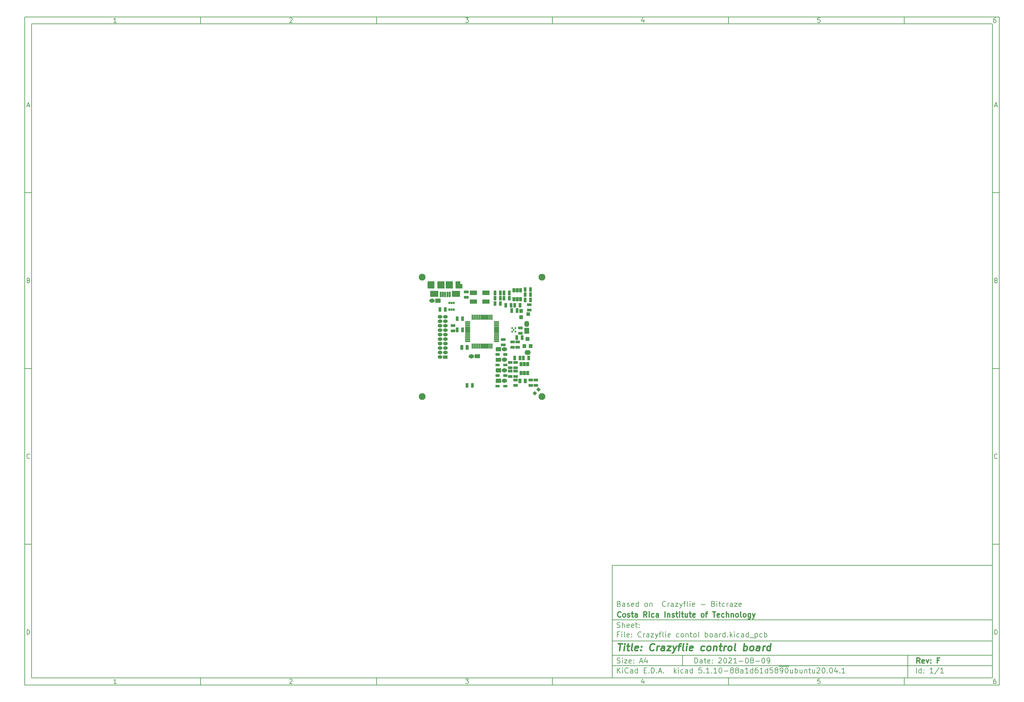
<source format=gbs>
%TF.GenerationSoftware,KiCad,Pcbnew,5.1.10-88a1d61d58~90~ubuntu20.04.1*%
%TF.CreationDate,2021-08-22T20:49:51-06:00*%
%TF.ProjectId,Crazyflie contol board,4372617a-7966-46c6-9965-20636f6e746f,F*%
%TF.SameCoordinates,PX85839e8PY6052f5c*%
%TF.FileFunction,Soldermask,Bot*%
%TF.FilePolarity,Negative*%
%FSLAX46Y46*%
G04 Gerber Fmt 4.6, Leading zero omitted, Abs format (unit mm)*
G04 Created by KiCad (PCBNEW 5.1.10-88a1d61d58~90~ubuntu20.04.1) date 2021-08-22 20:49:51*
%MOMM*%
%LPD*%
G01*
G04 APERTURE LIST*
%ADD10C,0.020000*%
%ADD11C,0.150000*%
%ADD12C,0.300000*%
%ADD13C,0.400000*%
%ADD14C,1.943100*%
%ADD15O,1.742440X1.341120*%
%ADD16O,1.541780X1.143000*%
%ADD17O,1.341120X0.942340*%
%ADD18C,0.523240*%
%ADD19O,1.341120X1.742440*%
G04 APERTURE END LIST*
D10*
D11*
X37002480Y-65004100D02*
X37002480Y-97004100D01*
X145002480Y-97004100D01*
X145002480Y-65004100D01*
X37002480Y-65004100D01*
D10*
D11*
X-129999720Y91003100D02*
X-129999720Y-99004100D01*
X147002480Y-99004100D01*
X147002480Y91003100D01*
X-129999720Y91003100D01*
D10*
D11*
X-127999720Y89003100D02*
X-127999720Y-97004100D01*
X145002480Y-97004100D01*
X145002480Y89003100D01*
X-127999720Y89003100D01*
D10*
D11*
X-79999720Y89003100D02*
X-79999720Y91003100D01*
D10*
D11*
X-29999720Y89003100D02*
X-29999720Y91003100D01*
D10*
D11*
X20000280Y89003100D02*
X20000280Y91003100D01*
D10*
D11*
X70000280Y89003100D02*
X70000280Y91003100D01*
D10*
D11*
X120000280Y89003100D02*
X120000280Y91003100D01*
D10*
D11*
X-103934244Y89415005D02*
X-104677101Y89415005D01*
X-104305673Y89415005D02*
X-104305673Y90715005D01*
X-104429482Y90529291D01*
X-104553292Y90405481D01*
X-104677101Y90343577D01*
D10*
D11*
X-54677101Y90591196D02*
X-54615197Y90653100D01*
X-54491387Y90715005D01*
X-54181863Y90715005D01*
X-54058054Y90653100D01*
X-53996149Y90591196D01*
X-53934244Y90467386D01*
X-53934244Y90343577D01*
X-53996149Y90157862D01*
X-54739006Y89415005D01*
X-53934244Y89415005D01*
D10*
D11*
X-4739006Y90715005D02*
X-3934244Y90715005D01*
X-4367578Y90219767D01*
X-4181863Y90219767D01*
X-4058054Y90157862D01*
X-3996149Y90095958D01*
X-3934244Y89972148D01*
X-3934244Y89662624D01*
X-3996149Y89538815D01*
X-4058054Y89476910D01*
X-4181863Y89415005D01*
X-4553292Y89415005D01*
X-4677101Y89476910D01*
X-4739006Y89538815D01*
D10*
D11*
X45941946Y90281672D02*
X45941946Y89415005D01*
X45632422Y90776910D02*
X45322899Y89848339D01*
X46127660Y89848339D01*
D10*
D11*
X96003851Y90715005D02*
X95384803Y90715005D01*
X95322899Y90095958D01*
X95384803Y90157862D01*
X95508613Y90219767D01*
X95818137Y90219767D01*
X95941946Y90157862D01*
X96003851Y90095958D01*
X96065756Y89972148D01*
X96065756Y89662624D01*
X96003851Y89538815D01*
X95941946Y89476910D01*
X95818137Y89415005D01*
X95508613Y89415005D01*
X95384803Y89476910D01*
X95322899Y89538815D01*
D10*
D11*
X145941946Y90715005D02*
X145694327Y90715005D01*
X145570518Y90653100D01*
X145508613Y90591196D01*
X145384803Y90405481D01*
X145322899Y90157862D01*
X145322899Y89662624D01*
X145384803Y89538815D01*
X145446708Y89476910D01*
X145570518Y89415005D01*
X145818137Y89415005D01*
X145941946Y89476910D01*
X146003851Y89538815D01*
X146065756Y89662624D01*
X146065756Y89972148D01*
X146003851Y90095958D01*
X145941946Y90157862D01*
X145818137Y90219767D01*
X145570518Y90219767D01*
X145446708Y90157862D01*
X145384803Y90095958D01*
X145322899Y89972148D01*
D10*
D11*
X-79999720Y-97004100D02*
X-79999720Y-99004100D01*
D10*
D11*
X-29999720Y-97004100D02*
X-29999720Y-99004100D01*
D10*
D11*
X20000280Y-97004100D02*
X20000280Y-99004100D01*
D10*
D11*
X70000280Y-97004100D02*
X70000280Y-99004100D01*
D10*
D11*
X120000280Y-97004100D02*
X120000280Y-99004100D01*
D10*
D11*
X-103934244Y-98592195D02*
X-104677101Y-98592195D01*
X-104305673Y-98592195D02*
X-104305673Y-97292195D01*
X-104429482Y-97477909D01*
X-104553292Y-97601719D01*
X-104677101Y-97663623D01*
D10*
D11*
X-54677101Y-97416004D02*
X-54615197Y-97354100D01*
X-54491387Y-97292195D01*
X-54181863Y-97292195D01*
X-54058054Y-97354100D01*
X-53996149Y-97416004D01*
X-53934244Y-97539814D01*
X-53934244Y-97663623D01*
X-53996149Y-97849338D01*
X-54739006Y-98592195D01*
X-53934244Y-98592195D01*
D10*
D11*
X-4739006Y-97292195D02*
X-3934244Y-97292195D01*
X-4367578Y-97787433D01*
X-4181863Y-97787433D01*
X-4058054Y-97849338D01*
X-3996149Y-97911242D01*
X-3934244Y-98035052D01*
X-3934244Y-98344576D01*
X-3996149Y-98468385D01*
X-4058054Y-98530290D01*
X-4181863Y-98592195D01*
X-4553292Y-98592195D01*
X-4677101Y-98530290D01*
X-4739006Y-98468385D01*
D10*
D11*
X45941946Y-97725528D02*
X45941946Y-98592195D01*
X45632422Y-97230290D02*
X45322899Y-98158861D01*
X46127660Y-98158861D01*
D10*
D11*
X96003851Y-97292195D02*
X95384803Y-97292195D01*
X95322899Y-97911242D01*
X95384803Y-97849338D01*
X95508613Y-97787433D01*
X95818137Y-97787433D01*
X95941946Y-97849338D01*
X96003851Y-97911242D01*
X96065756Y-98035052D01*
X96065756Y-98344576D01*
X96003851Y-98468385D01*
X95941946Y-98530290D01*
X95818137Y-98592195D01*
X95508613Y-98592195D01*
X95384803Y-98530290D01*
X95322899Y-98468385D01*
D10*
D11*
X145941946Y-97292195D02*
X145694327Y-97292195D01*
X145570518Y-97354100D01*
X145508613Y-97416004D01*
X145384803Y-97601719D01*
X145322899Y-97849338D01*
X145322899Y-98344576D01*
X145384803Y-98468385D01*
X145446708Y-98530290D01*
X145570518Y-98592195D01*
X145818137Y-98592195D01*
X145941946Y-98530290D01*
X146003851Y-98468385D01*
X146065756Y-98344576D01*
X146065756Y-98035052D01*
X146003851Y-97911242D01*
X145941946Y-97849338D01*
X145818137Y-97787433D01*
X145570518Y-97787433D01*
X145446708Y-97849338D01*
X145384803Y-97911242D01*
X145322899Y-98035052D01*
D10*
D11*
X-129999720Y41003100D02*
X-127999720Y41003100D01*
D10*
D11*
X-129999720Y-8996900D02*
X-127999720Y-8996900D01*
D10*
D11*
X-129999720Y-58996900D02*
X-127999720Y-58996900D01*
D10*
D11*
X-129309244Y65786434D02*
X-128690197Y65786434D01*
X-129433054Y65415005D02*
X-128999720Y66715005D01*
X-128566387Y65415005D01*
D10*
D11*
X-128906863Y16095958D02*
X-128721149Y16034053D01*
X-128659244Y15972148D01*
X-128597340Y15848339D01*
X-128597340Y15662624D01*
X-128659244Y15538815D01*
X-128721149Y15476910D01*
X-128844959Y15415005D01*
X-129340197Y15415005D01*
X-129340197Y16715005D01*
X-128906863Y16715005D01*
X-128783054Y16653100D01*
X-128721149Y16591196D01*
X-128659244Y16467386D01*
X-128659244Y16343577D01*
X-128721149Y16219767D01*
X-128783054Y16157862D01*
X-128906863Y16095958D01*
X-129340197Y16095958D01*
D10*
D11*
X-128597340Y-34461185D02*
X-128659244Y-34523090D01*
X-128844959Y-34584995D01*
X-128968768Y-34584995D01*
X-129154482Y-34523090D01*
X-129278292Y-34399280D01*
X-129340197Y-34275471D01*
X-129402101Y-34027852D01*
X-129402101Y-33842138D01*
X-129340197Y-33594519D01*
X-129278292Y-33470709D01*
X-129154482Y-33346900D01*
X-128968768Y-33284995D01*
X-128844959Y-33284995D01*
X-128659244Y-33346900D01*
X-128597340Y-33408804D01*
D10*
D11*
X-129340197Y-84584995D02*
X-129340197Y-83284995D01*
X-129030673Y-83284995D01*
X-128844959Y-83346900D01*
X-128721149Y-83470709D01*
X-128659244Y-83594519D01*
X-128597340Y-83842138D01*
X-128597340Y-84027852D01*
X-128659244Y-84275471D01*
X-128721149Y-84399280D01*
X-128844959Y-84523090D01*
X-129030673Y-84584995D01*
X-129340197Y-84584995D01*
D10*
D11*
X147002480Y41003100D02*
X145002480Y41003100D01*
D10*
D11*
X147002480Y-8996900D02*
X145002480Y-8996900D01*
D10*
D11*
X147002480Y-58996900D02*
X145002480Y-58996900D01*
D10*
D11*
X145692956Y65786434D02*
X146312003Y65786434D01*
X145569146Y65415005D02*
X146002480Y66715005D01*
X146435813Y65415005D01*
D10*
D11*
X146095337Y16095958D02*
X146281051Y16034053D01*
X146342956Y15972148D01*
X146404860Y15848339D01*
X146404860Y15662624D01*
X146342956Y15538815D01*
X146281051Y15476910D01*
X146157241Y15415005D01*
X145662003Y15415005D01*
X145662003Y16715005D01*
X146095337Y16715005D01*
X146219146Y16653100D01*
X146281051Y16591196D01*
X146342956Y16467386D01*
X146342956Y16343577D01*
X146281051Y16219767D01*
X146219146Y16157862D01*
X146095337Y16095958D01*
X145662003Y16095958D01*
D10*
D11*
X146404860Y-34461185D02*
X146342956Y-34523090D01*
X146157241Y-34584995D01*
X146033432Y-34584995D01*
X145847718Y-34523090D01*
X145723908Y-34399280D01*
X145662003Y-34275471D01*
X145600099Y-34027852D01*
X145600099Y-33842138D01*
X145662003Y-33594519D01*
X145723908Y-33470709D01*
X145847718Y-33346900D01*
X146033432Y-33284995D01*
X146157241Y-33284995D01*
X146342956Y-33346900D01*
X146404860Y-33408804D01*
D10*
D11*
X145662003Y-84584995D02*
X145662003Y-83284995D01*
X145971527Y-83284995D01*
X146157241Y-83346900D01*
X146281051Y-83470709D01*
X146342956Y-83594519D01*
X146404860Y-83842138D01*
X146404860Y-84027852D01*
X146342956Y-84275471D01*
X146281051Y-84399280D01*
X146157241Y-84523090D01*
X145971527Y-84584995D01*
X145662003Y-84584995D01*
D10*
D11*
X60434622Y-92782671D02*
X60434622Y-91282671D01*
X60791765Y-91282671D01*
X61006051Y-91354100D01*
X61148908Y-91496957D01*
X61220337Y-91639814D01*
X61291765Y-91925528D01*
X61291765Y-92139814D01*
X61220337Y-92425528D01*
X61148908Y-92568385D01*
X61006051Y-92711242D01*
X60791765Y-92782671D01*
X60434622Y-92782671D01*
X62577480Y-92782671D02*
X62577480Y-91996957D01*
X62506051Y-91854100D01*
X62363194Y-91782671D01*
X62077480Y-91782671D01*
X61934622Y-91854100D01*
X62577480Y-92711242D02*
X62434622Y-92782671D01*
X62077480Y-92782671D01*
X61934622Y-92711242D01*
X61863194Y-92568385D01*
X61863194Y-92425528D01*
X61934622Y-92282671D01*
X62077480Y-92211242D01*
X62434622Y-92211242D01*
X62577480Y-92139814D01*
X63077480Y-91782671D02*
X63648908Y-91782671D01*
X63291765Y-91282671D02*
X63291765Y-92568385D01*
X63363194Y-92711242D01*
X63506051Y-92782671D01*
X63648908Y-92782671D01*
X64720337Y-92711242D02*
X64577480Y-92782671D01*
X64291765Y-92782671D01*
X64148908Y-92711242D01*
X64077480Y-92568385D01*
X64077480Y-91996957D01*
X64148908Y-91854100D01*
X64291765Y-91782671D01*
X64577480Y-91782671D01*
X64720337Y-91854100D01*
X64791765Y-91996957D01*
X64791765Y-92139814D01*
X64077480Y-92282671D01*
X65434622Y-92639814D02*
X65506051Y-92711242D01*
X65434622Y-92782671D01*
X65363194Y-92711242D01*
X65434622Y-92639814D01*
X65434622Y-92782671D01*
X65434622Y-91854100D02*
X65506051Y-91925528D01*
X65434622Y-91996957D01*
X65363194Y-91925528D01*
X65434622Y-91854100D01*
X65434622Y-91996957D01*
X67220337Y-91425528D02*
X67291765Y-91354100D01*
X67434622Y-91282671D01*
X67791765Y-91282671D01*
X67934622Y-91354100D01*
X68006051Y-91425528D01*
X68077480Y-91568385D01*
X68077480Y-91711242D01*
X68006051Y-91925528D01*
X67148908Y-92782671D01*
X68077480Y-92782671D01*
X69006051Y-91282671D02*
X69148908Y-91282671D01*
X69291765Y-91354100D01*
X69363194Y-91425528D01*
X69434622Y-91568385D01*
X69506051Y-91854100D01*
X69506051Y-92211242D01*
X69434622Y-92496957D01*
X69363194Y-92639814D01*
X69291765Y-92711242D01*
X69148908Y-92782671D01*
X69006051Y-92782671D01*
X68863194Y-92711242D01*
X68791765Y-92639814D01*
X68720337Y-92496957D01*
X68648908Y-92211242D01*
X68648908Y-91854100D01*
X68720337Y-91568385D01*
X68791765Y-91425528D01*
X68863194Y-91354100D01*
X69006051Y-91282671D01*
X70077480Y-91425528D02*
X70148908Y-91354100D01*
X70291765Y-91282671D01*
X70648908Y-91282671D01*
X70791765Y-91354100D01*
X70863194Y-91425528D01*
X70934622Y-91568385D01*
X70934622Y-91711242D01*
X70863194Y-91925528D01*
X70006051Y-92782671D01*
X70934622Y-92782671D01*
X72363194Y-92782671D02*
X71506051Y-92782671D01*
X71934622Y-92782671D02*
X71934622Y-91282671D01*
X71791765Y-91496957D01*
X71648908Y-91639814D01*
X71506051Y-91711242D01*
X73006051Y-92211242D02*
X74148908Y-92211242D01*
X75148908Y-91282671D02*
X75291765Y-91282671D01*
X75434622Y-91354100D01*
X75506051Y-91425528D01*
X75577480Y-91568385D01*
X75648908Y-91854100D01*
X75648908Y-92211242D01*
X75577480Y-92496957D01*
X75506051Y-92639814D01*
X75434622Y-92711242D01*
X75291765Y-92782671D01*
X75148908Y-92782671D01*
X75006051Y-92711242D01*
X74934622Y-92639814D01*
X74863194Y-92496957D01*
X74791765Y-92211242D01*
X74791765Y-91854100D01*
X74863194Y-91568385D01*
X74934622Y-91425528D01*
X75006051Y-91354100D01*
X75148908Y-91282671D01*
X76506051Y-91925528D02*
X76363194Y-91854100D01*
X76291765Y-91782671D01*
X76220337Y-91639814D01*
X76220337Y-91568385D01*
X76291765Y-91425528D01*
X76363194Y-91354100D01*
X76506051Y-91282671D01*
X76791765Y-91282671D01*
X76934622Y-91354100D01*
X77006051Y-91425528D01*
X77077480Y-91568385D01*
X77077480Y-91639814D01*
X77006051Y-91782671D01*
X76934622Y-91854100D01*
X76791765Y-91925528D01*
X76506051Y-91925528D01*
X76363194Y-91996957D01*
X76291765Y-92068385D01*
X76220337Y-92211242D01*
X76220337Y-92496957D01*
X76291765Y-92639814D01*
X76363194Y-92711242D01*
X76506051Y-92782671D01*
X76791765Y-92782671D01*
X76934622Y-92711242D01*
X77006051Y-92639814D01*
X77077480Y-92496957D01*
X77077480Y-92211242D01*
X77006051Y-92068385D01*
X76934622Y-91996957D01*
X76791765Y-91925528D01*
X77720337Y-92211242D02*
X78863194Y-92211242D01*
X79863194Y-91282671D02*
X80006051Y-91282671D01*
X80148908Y-91354100D01*
X80220337Y-91425528D01*
X80291765Y-91568385D01*
X80363194Y-91854100D01*
X80363194Y-92211242D01*
X80291765Y-92496957D01*
X80220337Y-92639814D01*
X80148908Y-92711242D01*
X80006051Y-92782671D01*
X79863194Y-92782671D01*
X79720337Y-92711242D01*
X79648908Y-92639814D01*
X79577480Y-92496957D01*
X79506051Y-92211242D01*
X79506051Y-91854100D01*
X79577480Y-91568385D01*
X79648908Y-91425528D01*
X79720337Y-91354100D01*
X79863194Y-91282671D01*
X81077480Y-92782671D02*
X81363194Y-92782671D01*
X81506051Y-92711242D01*
X81577480Y-92639814D01*
X81720337Y-92425528D01*
X81791765Y-92139814D01*
X81791765Y-91568385D01*
X81720337Y-91425528D01*
X81648908Y-91354100D01*
X81506051Y-91282671D01*
X81220337Y-91282671D01*
X81077480Y-91354100D01*
X81006051Y-91425528D01*
X80934622Y-91568385D01*
X80934622Y-91925528D01*
X81006051Y-92068385D01*
X81077480Y-92139814D01*
X81220337Y-92211242D01*
X81506051Y-92211242D01*
X81648908Y-92139814D01*
X81720337Y-92068385D01*
X81791765Y-91925528D01*
D10*
D11*
X37002480Y-93504100D02*
X145002480Y-93504100D01*
D10*
D11*
X38434622Y-95582671D02*
X38434622Y-94082671D01*
X39291765Y-95582671D02*
X38648908Y-94725528D01*
X39291765Y-94082671D02*
X38434622Y-94939814D01*
X39934622Y-95582671D02*
X39934622Y-94582671D01*
X39934622Y-94082671D02*
X39863194Y-94154100D01*
X39934622Y-94225528D01*
X40006051Y-94154100D01*
X39934622Y-94082671D01*
X39934622Y-94225528D01*
X41506051Y-95439814D02*
X41434622Y-95511242D01*
X41220337Y-95582671D01*
X41077480Y-95582671D01*
X40863194Y-95511242D01*
X40720337Y-95368385D01*
X40648908Y-95225528D01*
X40577480Y-94939814D01*
X40577480Y-94725528D01*
X40648908Y-94439814D01*
X40720337Y-94296957D01*
X40863194Y-94154100D01*
X41077480Y-94082671D01*
X41220337Y-94082671D01*
X41434622Y-94154100D01*
X41506051Y-94225528D01*
X42791765Y-95582671D02*
X42791765Y-94796957D01*
X42720337Y-94654100D01*
X42577480Y-94582671D01*
X42291765Y-94582671D01*
X42148908Y-94654100D01*
X42791765Y-95511242D02*
X42648908Y-95582671D01*
X42291765Y-95582671D01*
X42148908Y-95511242D01*
X42077480Y-95368385D01*
X42077480Y-95225528D01*
X42148908Y-95082671D01*
X42291765Y-95011242D01*
X42648908Y-95011242D01*
X42791765Y-94939814D01*
X44148908Y-95582671D02*
X44148908Y-94082671D01*
X44148908Y-95511242D02*
X44006051Y-95582671D01*
X43720337Y-95582671D01*
X43577480Y-95511242D01*
X43506051Y-95439814D01*
X43434622Y-95296957D01*
X43434622Y-94868385D01*
X43506051Y-94725528D01*
X43577480Y-94654100D01*
X43720337Y-94582671D01*
X44006051Y-94582671D01*
X44148908Y-94654100D01*
X46006051Y-94796957D02*
X46506051Y-94796957D01*
X46720337Y-95582671D02*
X46006051Y-95582671D01*
X46006051Y-94082671D01*
X46720337Y-94082671D01*
X47363194Y-95439814D02*
X47434622Y-95511242D01*
X47363194Y-95582671D01*
X47291765Y-95511242D01*
X47363194Y-95439814D01*
X47363194Y-95582671D01*
X48077480Y-95582671D02*
X48077480Y-94082671D01*
X48434622Y-94082671D01*
X48648908Y-94154100D01*
X48791765Y-94296957D01*
X48863194Y-94439814D01*
X48934622Y-94725528D01*
X48934622Y-94939814D01*
X48863194Y-95225528D01*
X48791765Y-95368385D01*
X48648908Y-95511242D01*
X48434622Y-95582671D01*
X48077480Y-95582671D01*
X49577480Y-95439814D02*
X49648908Y-95511242D01*
X49577480Y-95582671D01*
X49506051Y-95511242D01*
X49577480Y-95439814D01*
X49577480Y-95582671D01*
X50220337Y-95154100D02*
X50934622Y-95154100D01*
X50077480Y-95582671D02*
X50577480Y-94082671D01*
X51077480Y-95582671D01*
X51577480Y-95439814D02*
X51648908Y-95511242D01*
X51577480Y-95582671D01*
X51506051Y-95511242D01*
X51577480Y-95439814D01*
X51577480Y-95582671D01*
X54577480Y-95582671D02*
X54577480Y-94082671D01*
X54720337Y-95011242D02*
X55148908Y-95582671D01*
X55148908Y-94582671D02*
X54577480Y-95154100D01*
X55791765Y-95582671D02*
X55791765Y-94582671D01*
X55791765Y-94082671D02*
X55720337Y-94154100D01*
X55791765Y-94225528D01*
X55863194Y-94154100D01*
X55791765Y-94082671D01*
X55791765Y-94225528D01*
X57148908Y-95511242D02*
X57006051Y-95582671D01*
X56720337Y-95582671D01*
X56577480Y-95511242D01*
X56506051Y-95439814D01*
X56434622Y-95296957D01*
X56434622Y-94868385D01*
X56506051Y-94725528D01*
X56577480Y-94654100D01*
X56720337Y-94582671D01*
X57006051Y-94582671D01*
X57148908Y-94654100D01*
X58434622Y-95582671D02*
X58434622Y-94796957D01*
X58363194Y-94654100D01*
X58220337Y-94582671D01*
X57934622Y-94582671D01*
X57791765Y-94654100D01*
X58434622Y-95511242D02*
X58291765Y-95582671D01*
X57934622Y-95582671D01*
X57791765Y-95511242D01*
X57720337Y-95368385D01*
X57720337Y-95225528D01*
X57791765Y-95082671D01*
X57934622Y-95011242D01*
X58291765Y-95011242D01*
X58434622Y-94939814D01*
X59791765Y-95582671D02*
X59791765Y-94082671D01*
X59791765Y-95511242D02*
X59648908Y-95582671D01*
X59363194Y-95582671D01*
X59220337Y-95511242D01*
X59148908Y-95439814D01*
X59077480Y-95296957D01*
X59077480Y-94868385D01*
X59148908Y-94725528D01*
X59220337Y-94654100D01*
X59363194Y-94582671D01*
X59648908Y-94582671D01*
X59791765Y-94654100D01*
X62363194Y-94082671D02*
X61648908Y-94082671D01*
X61577480Y-94796957D01*
X61648908Y-94725528D01*
X61791765Y-94654100D01*
X62148908Y-94654100D01*
X62291765Y-94725528D01*
X62363194Y-94796957D01*
X62434622Y-94939814D01*
X62434622Y-95296957D01*
X62363194Y-95439814D01*
X62291765Y-95511242D01*
X62148908Y-95582671D01*
X61791765Y-95582671D01*
X61648908Y-95511242D01*
X61577480Y-95439814D01*
X63077480Y-95439814D02*
X63148908Y-95511242D01*
X63077480Y-95582671D01*
X63006051Y-95511242D01*
X63077480Y-95439814D01*
X63077480Y-95582671D01*
X64577480Y-95582671D02*
X63720337Y-95582671D01*
X64148908Y-95582671D02*
X64148908Y-94082671D01*
X64006051Y-94296957D01*
X63863194Y-94439814D01*
X63720337Y-94511242D01*
X65220337Y-95439814D02*
X65291765Y-95511242D01*
X65220337Y-95582671D01*
X65148908Y-95511242D01*
X65220337Y-95439814D01*
X65220337Y-95582671D01*
X66720337Y-95582671D02*
X65863194Y-95582671D01*
X66291765Y-95582671D02*
X66291765Y-94082671D01*
X66148908Y-94296957D01*
X66006051Y-94439814D01*
X65863194Y-94511242D01*
X67648908Y-94082671D02*
X67791765Y-94082671D01*
X67934622Y-94154100D01*
X68006051Y-94225528D01*
X68077480Y-94368385D01*
X68148908Y-94654100D01*
X68148908Y-95011242D01*
X68077480Y-95296957D01*
X68006051Y-95439814D01*
X67934622Y-95511242D01*
X67791765Y-95582671D01*
X67648908Y-95582671D01*
X67506051Y-95511242D01*
X67434622Y-95439814D01*
X67363194Y-95296957D01*
X67291765Y-95011242D01*
X67291765Y-94654100D01*
X67363194Y-94368385D01*
X67434622Y-94225528D01*
X67506051Y-94154100D01*
X67648908Y-94082671D01*
X68791765Y-95011242D02*
X69934622Y-95011242D01*
X70863194Y-94725528D02*
X70720337Y-94654100D01*
X70648908Y-94582671D01*
X70577480Y-94439814D01*
X70577480Y-94368385D01*
X70648908Y-94225528D01*
X70720337Y-94154100D01*
X70863194Y-94082671D01*
X71148908Y-94082671D01*
X71291765Y-94154100D01*
X71363194Y-94225528D01*
X71434622Y-94368385D01*
X71434622Y-94439814D01*
X71363194Y-94582671D01*
X71291765Y-94654100D01*
X71148908Y-94725528D01*
X70863194Y-94725528D01*
X70720337Y-94796957D01*
X70648908Y-94868385D01*
X70577480Y-95011242D01*
X70577480Y-95296957D01*
X70648908Y-95439814D01*
X70720337Y-95511242D01*
X70863194Y-95582671D01*
X71148908Y-95582671D01*
X71291765Y-95511242D01*
X71363194Y-95439814D01*
X71434622Y-95296957D01*
X71434622Y-95011242D01*
X71363194Y-94868385D01*
X71291765Y-94796957D01*
X71148908Y-94725528D01*
X72291765Y-94725528D02*
X72148908Y-94654100D01*
X72077480Y-94582671D01*
X72006051Y-94439814D01*
X72006051Y-94368385D01*
X72077480Y-94225528D01*
X72148908Y-94154100D01*
X72291765Y-94082671D01*
X72577480Y-94082671D01*
X72720337Y-94154100D01*
X72791765Y-94225528D01*
X72863194Y-94368385D01*
X72863194Y-94439814D01*
X72791765Y-94582671D01*
X72720337Y-94654100D01*
X72577480Y-94725528D01*
X72291765Y-94725528D01*
X72148908Y-94796957D01*
X72077480Y-94868385D01*
X72006051Y-95011242D01*
X72006051Y-95296957D01*
X72077480Y-95439814D01*
X72148908Y-95511242D01*
X72291765Y-95582671D01*
X72577480Y-95582671D01*
X72720337Y-95511242D01*
X72791765Y-95439814D01*
X72863194Y-95296957D01*
X72863194Y-95011242D01*
X72791765Y-94868385D01*
X72720337Y-94796957D01*
X72577480Y-94725528D01*
X74148908Y-95582671D02*
X74148908Y-94796957D01*
X74077480Y-94654100D01*
X73934622Y-94582671D01*
X73648908Y-94582671D01*
X73506051Y-94654100D01*
X74148908Y-95511242D02*
X74006051Y-95582671D01*
X73648908Y-95582671D01*
X73506051Y-95511242D01*
X73434622Y-95368385D01*
X73434622Y-95225528D01*
X73506051Y-95082671D01*
X73648908Y-95011242D01*
X74006051Y-95011242D01*
X74148908Y-94939814D01*
X75648908Y-95582671D02*
X74791765Y-95582671D01*
X75220337Y-95582671D02*
X75220337Y-94082671D01*
X75077480Y-94296957D01*
X74934622Y-94439814D01*
X74791765Y-94511242D01*
X76934622Y-95582671D02*
X76934622Y-94082671D01*
X76934622Y-95511242D02*
X76791765Y-95582671D01*
X76506051Y-95582671D01*
X76363194Y-95511242D01*
X76291765Y-95439814D01*
X76220337Y-95296957D01*
X76220337Y-94868385D01*
X76291765Y-94725528D01*
X76363194Y-94654100D01*
X76506051Y-94582671D01*
X76791765Y-94582671D01*
X76934622Y-94654100D01*
X78291765Y-94082671D02*
X78006051Y-94082671D01*
X77863194Y-94154100D01*
X77791765Y-94225528D01*
X77648908Y-94439814D01*
X77577480Y-94725528D01*
X77577480Y-95296957D01*
X77648908Y-95439814D01*
X77720337Y-95511242D01*
X77863194Y-95582671D01*
X78148908Y-95582671D01*
X78291765Y-95511242D01*
X78363194Y-95439814D01*
X78434622Y-95296957D01*
X78434622Y-94939814D01*
X78363194Y-94796957D01*
X78291765Y-94725528D01*
X78148908Y-94654100D01*
X77863194Y-94654100D01*
X77720337Y-94725528D01*
X77648908Y-94796957D01*
X77577480Y-94939814D01*
X79863194Y-95582671D02*
X79006051Y-95582671D01*
X79434622Y-95582671D02*
X79434622Y-94082671D01*
X79291765Y-94296957D01*
X79148908Y-94439814D01*
X79006051Y-94511242D01*
X81148908Y-95582671D02*
X81148908Y-94082671D01*
X81148908Y-95511242D02*
X81006051Y-95582671D01*
X80720337Y-95582671D01*
X80577480Y-95511242D01*
X80506051Y-95439814D01*
X80434622Y-95296957D01*
X80434622Y-94868385D01*
X80506051Y-94725528D01*
X80577480Y-94654100D01*
X80720337Y-94582671D01*
X81006051Y-94582671D01*
X81148908Y-94654100D01*
X82577480Y-94082671D02*
X81863194Y-94082671D01*
X81791765Y-94796957D01*
X81863194Y-94725528D01*
X82006051Y-94654100D01*
X82363194Y-94654100D01*
X82506051Y-94725528D01*
X82577480Y-94796957D01*
X82648908Y-94939814D01*
X82648908Y-95296957D01*
X82577480Y-95439814D01*
X82506051Y-95511242D01*
X82363194Y-95582671D01*
X82006051Y-95582671D01*
X81863194Y-95511242D01*
X81791765Y-95439814D01*
X83506051Y-94725528D02*
X83363194Y-94654100D01*
X83291765Y-94582671D01*
X83220337Y-94439814D01*
X83220337Y-94368385D01*
X83291765Y-94225528D01*
X83363194Y-94154100D01*
X83506051Y-94082671D01*
X83791765Y-94082671D01*
X83934622Y-94154100D01*
X84006051Y-94225528D01*
X84077480Y-94368385D01*
X84077480Y-94439814D01*
X84006051Y-94582671D01*
X83934622Y-94654100D01*
X83791765Y-94725528D01*
X83506051Y-94725528D01*
X83363194Y-94796957D01*
X83291765Y-94868385D01*
X83220337Y-95011242D01*
X83220337Y-95296957D01*
X83291765Y-95439814D01*
X83363194Y-95511242D01*
X83506051Y-95582671D01*
X83791765Y-95582671D01*
X83934622Y-95511242D01*
X84006051Y-95439814D01*
X84077480Y-95296957D01*
X84077480Y-95011242D01*
X84006051Y-94868385D01*
X83934622Y-94796957D01*
X83791765Y-94725528D01*
X84363194Y-93674100D02*
X85791765Y-93674100D01*
X84791765Y-95582671D02*
X85077480Y-95582671D01*
X85220337Y-95511242D01*
X85291765Y-95439814D01*
X85434622Y-95225528D01*
X85506051Y-94939814D01*
X85506051Y-94368385D01*
X85434622Y-94225528D01*
X85363194Y-94154100D01*
X85220337Y-94082671D01*
X84934622Y-94082671D01*
X84791765Y-94154100D01*
X84720337Y-94225528D01*
X84648908Y-94368385D01*
X84648908Y-94725528D01*
X84720337Y-94868385D01*
X84791765Y-94939814D01*
X84934622Y-95011242D01*
X85220337Y-95011242D01*
X85363194Y-94939814D01*
X85434622Y-94868385D01*
X85506051Y-94725528D01*
X85791765Y-93674100D02*
X87220337Y-93674100D01*
X86434622Y-94082671D02*
X86577479Y-94082671D01*
X86720337Y-94154100D01*
X86791765Y-94225528D01*
X86863194Y-94368385D01*
X86934622Y-94654100D01*
X86934622Y-95011242D01*
X86863194Y-95296957D01*
X86791765Y-95439814D01*
X86720337Y-95511242D01*
X86577479Y-95582671D01*
X86434622Y-95582671D01*
X86291765Y-95511242D01*
X86220337Y-95439814D01*
X86148908Y-95296957D01*
X86077479Y-95011242D01*
X86077479Y-94654100D01*
X86148908Y-94368385D01*
X86220337Y-94225528D01*
X86291765Y-94154100D01*
X86434622Y-94082671D01*
X88220337Y-94582671D02*
X88220337Y-95582671D01*
X87577479Y-94582671D02*
X87577479Y-95368385D01*
X87648908Y-95511242D01*
X87791765Y-95582671D01*
X88006051Y-95582671D01*
X88148908Y-95511242D01*
X88220337Y-95439814D01*
X88934622Y-95582671D02*
X88934622Y-94082671D01*
X88934622Y-94654100D02*
X89077479Y-94582671D01*
X89363194Y-94582671D01*
X89506051Y-94654100D01*
X89577479Y-94725528D01*
X89648908Y-94868385D01*
X89648908Y-95296957D01*
X89577479Y-95439814D01*
X89506051Y-95511242D01*
X89363194Y-95582671D01*
X89077479Y-95582671D01*
X88934622Y-95511242D01*
X90934622Y-94582671D02*
X90934622Y-95582671D01*
X90291765Y-94582671D02*
X90291765Y-95368385D01*
X90363194Y-95511242D01*
X90506051Y-95582671D01*
X90720337Y-95582671D01*
X90863194Y-95511242D01*
X90934622Y-95439814D01*
X91648908Y-94582671D02*
X91648908Y-95582671D01*
X91648908Y-94725528D02*
X91720337Y-94654100D01*
X91863194Y-94582671D01*
X92077479Y-94582671D01*
X92220337Y-94654100D01*
X92291765Y-94796957D01*
X92291765Y-95582671D01*
X92791765Y-94582671D02*
X93363194Y-94582671D01*
X93006051Y-94082671D02*
X93006051Y-95368385D01*
X93077479Y-95511242D01*
X93220337Y-95582671D01*
X93363194Y-95582671D01*
X94506051Y-94582671D02*
X94506051Y-95582671D01*
X93863194Y-94582671D02*
X93863194Y-95368385D01*
X93934622Y-95511242D01*
X94077480Y-95582671D01*
X94291765Y-95582671D01*
X94434622Y-95511242D01*
X94506051Y-95439814D01*
X95148908Y-94225528D02*
X95220337Y-94154100D01*
X95363194Y-94082671D01*
X95720337Y-94082671D01*
X95863194Y-94154100D01*
X95934622Y-94225528D01*
X96006051Y-94368385D01*
X96006051Y-94511242D01*
X95934622Y-94725528D01*
X95077480Y-95582671D01*
X96006051Y-95582671D01*
X96934622Y-94082671D02*
X97077479Y-94082671D01*
X97220337Y-94154100D01*
X97291765Y-94225528D01*
X97363194Y-94368385D01*
X97434622Y-94654100D01*
X97434622Y-95011242D01*
X97363194Y-95296957D01*
X97291765Y-95439814D01*
X97220337Y-95511242D01*
X97077479Y-95582671D01*
X96934622Y-95582671D01*
X96791765Y-95511242D01*
X96720337Y-95439814D01*
X96648908Y-95296957D01*
X96577479Y-95011242D01*
X96577479Y-94654100D01*
X96648908Y-94368385D01*
X96720337Y-94225528D01*
X96791765Y-94154100D01*
X96934622Y-94082671D01*
X98077479Y-95439814D02*
X98148908Y-95511242D01*
X98077479Y-95582671D01*
X98006051Y-95511242D01*
X98077479Y-95439814D01*
X98077479Y-95582671D01*
X99077479Y-94082671D02*
X99220337Y-94082671D01*
X99363194Y-94154100D01*
X99434622Y-94225528D01*
X99506051Y-94368385D01*
X99577479Y-94654100D01*
X99577479Y-95011242D01*
X99506051Y-95296957D01*
X99434622Y-95439814D01*
X99363194Y-95511242D01*
X99220337Y-95582671D01*
X99077479Y-95582671D01*
X98934622Y-95511242D01*
X98863194Y-95439814D01*
X98791765Y-95296957D01*
X98720337Y-95011242D01*
X98720337Y-94654100D01*
X98791765Y-94368385D01*
X98863194Y-94225528D01*
X98934622Y-94154100D01*
X99077479Y-94082671D01*
X100863194Y-94582671D02*
X100863194Y-95582671D01*
X100506051Y-94011242D02*
X100148908Y-95082671D01*
X101077479Y-95082671D01*
X101648908Y-95439814D02*
X101720337Y-95511242D01*
X101648908Y-95582671D01*
X101577479Y-95511242D01*
X101648908Y-95439814D01*
X101648908Y-95582671D01*
X103148908Y-95582671D02*
X102291765Y-95582671D01*
X102720337Y-95582671D02*
X102720337Y-94082671D01*
X102577479Y-94296957D01*
X102434622Y-94439814D01*
X102291765Y-94511242D01*
D10*
D11*
X37002480Y-90504100D02*
X145002480Y-90504100D01*
D10*
D12*
X124411765Y-92782671D02*
X123911765Y-92068385D01*
X123554622Y-92782671D02*
X123554622Y-91282671D01*
X124126051Y-91282671D01*
X124268908Y-91354100D01*
X124340337Y-91425528D01*
X124411765Y-91568385D01*
X124411765Y-91782671D01*
X124340337Y-91925528D01*
X124268908Y-91996957D01*
X124126051Y-92068385D01*
X123554622Y-92068385D01*
X125626051Y-92711242D02*
X125483194Y-92782671D01*
X125197480Y-92782671D01*
X125054622Y-92711242D01*
X124983194Y-92568385D01*
X124983194Y-91996957D01*
X125054622Y-91854100D01*
X125197480Y-91782671D01*
X125483194Y-91782671D01*
X125626051Y-91854100D01*
X125697480Y-91996957D01*
X125697480Y-92139814D01*
X124983194Y-92282671D01*
X126197480Y-91782671D02*
X126554622Y-92782671D01*
X126911765Y-91782671D01*
X127483194Y-92639814D02*
X127554622Y-92711242D01*
X127483194Y-92782671D01*
X127411765Y-92711242D01*
X127483194Y-92639814D01*
X127483194Y-92782671D01*
X127483194Y-91854100D02*
X127554622Y-91925528D01*
X127483194Y-91996957D01*
X127411765Y-91925528D01*
X127483194Y-91854100D01*
X127483194Y-91996957D01*
X129840337Y-91996957D02*
X129340337Y-91996957D01*
X129340337Y-92782671D02*
X129340337Y-91282671D01*
X130054622Y-91282671D01*
D10*
D11*
X38363194Y-92711242D02*
X38577480Y-92782671D01*
X38934622Y-92782671D01*
X39077480Y-92711242D01*
X39148908Y-92639814D01*
X39220337Y-92496957D01*
X39220337Y-92354100D01*
X39148908Y-92211242D01*
X39077480Y-92139814D01*
X38934622Y-92068385D01*
X38648908Y-91996957D01*
X38506051Y-91925528D01*
X38434622Y-91854100D01*
X38363194Y-91711242D01*
X38363194Y-91568385D01*
X38434622Y-91425528D01*
X38506051Y-91354100D01*
X38648908Y-91282671D01*
X39006051Y-91282671D01*
X39220337Y-91354100D01*
X39863194Y-92782671D02*
X39863194Y-91782671D01*
X39863194Y-91282671D02*
X39791765Y-91354100D01*
X39863194Y-91425528D01*
X39934622Y-91354100D01*
X39863194Y-91282671D01*
X39863194Y-91425528D01*
X40434622Y-91782671D02*
X41220337Y-91782671D01*
X40434622Y-92782671D01*
X41220337Y-92782671D01*
X42363194Y-92711242D02*
X42220337Y-92782671D01*
X41934622Y-92782671D01*
X41791765Y-92711242D01*
X41720337Y-92568385D01*
X41720337Y-91996957D01*
X41791765Y-91854100D01*
X41934622Y-91782671D01*
X42220337Y-91782671D01*
X42363194Y-91854100D01*
X42434622Y-91996957D01*
X42434622Y-92139814D01*
X41720337Y-92282671D01*
X43077480Y-92639814D02*
X43148908Y-92711242D01*
X43077480Y-92782671D01*
X43006051Y-92711242D01*
X43077480Y-92639814D01*
X43077480Y-92782671D01*
X43077480Y-91854100D02*
X43148908Y-91925528D01*
X43077480Y-91996957D01*
X43006051Y-91925528D01*
X43077480Y-91854100D01*
X43077480Y-91996957D01*
X44863194Y-92354100D02*
X45577480Y-92354100D01*
X44720337Y-92782671D02*
X45220337Y-91282671D01*
X45720337Y-92782671D01*
X46863194Y-91782671D02*
X46863194Y-92782671D01*
X46506051Y-91211242D02*
X46148908Y-92282671D01*
X47077480Y-92282671D01*
D10*
D11*
X123434622Y-95582671D02*
X123434622Y-94082671D01*
X124791765Y-95582671D02*
X124791765Y-94082671D01*
X124791765Y-95511242D02*
X124648908Y-95582671D01*
X124363194Y-95582671D01*
X124220337Y-95511242D01*
X124148908Y-95439814D01*
X124077480Y-95296957D01*
X124077480Y-94868385D01*
X124148908Y-94725528D01*
X124220337Y-94654100D01*
X124363194Y-94582671D01*
X124648908Y-94582671D01*
X124791765Y-94654100D01*
X125506051Y-95439814D02*
X125577480Y-95511242D01*
X125506051Y-95582671D01*
X125434622Y-95511242D01*
X125506051Y-95439814D01*
X125506051Y-95582671D01*
X125506051Y-94654100D02*
X125577480Y-94725528D01*
X125506051Y-94796957D01*
X125434622Y-94725528D01*
X125506051Y-94654100D01*
X125506051Y-94796957D01*
X128148908Y-95582671D02*
X127291765Y-95582671D01*
X127720337Y-95582671D02*
X127720337Y-94082671D01*
X127577480Y-94296957D01*
X127434622Y-94439814D01*
X127291765Y-94511242D01*
X129863194Y-94011242D02*
X128577480Y-95939814D01*
X131148908Y-95582671D02*
X130291765Y-95582671D01*
X130720337Y-95582671D02*
X130720337Y-94082671D01*
X130577480Y-94296957D01*
X130434622Y-94439814D01*
X130291765Y-94511242D01*
D10*
D11*
X37002480Y-86504100D02*
X145002480Y-86504100D01*
D10*
D13*
X38714860Y-87208861D02*
X39857718Y-87208861D01*
X39036289Y-89208861D02*
X39286289Y-87208861D01*
X40274384Y-89208861D02*
X40441051Y-87875528D01*
X40524384Y-87208861D02*
X40417241Y-87304100D01*
X40500575Y-87399338D01*
X40607718Y-87304100D01*
X40524384Y-87208861D01*
X40500575Y-87399338D01*
X41107718Y-87875528D02*
X41869622Y-87875528D01*
X41476765Y-87208861D02*
X41262480Y-88923147D01*
X41333908Y-89113623D01*
X41512480Y-89208861D01*
X41702956Y-89208861D01*
X42655337Y-89208861D02*
X42476765Y-89113623D01*
X42405337Y-88923147D01*
X42619622Y-87208861D01*
X44191051Y-89113623D02*
X43988670Y-89208861D01*
X43607718Y-89208861D01*
X43429146Y-89113623D01*
X43357718Y-88923147D01*
X43452956Y-88161242D01*
X43572003Y-87970766D01*
X43774384Y-87875528D01*
X44155337Y-87875528D01*
X44333908Y-87970766D01*
X44405337Y-88161242D01*
X44381527Y-88351719D01*
X43405337Y-88542195D01*
X45155337Y-89018385D02*
X45238670Y-89113623D01*
X45131527Y-89208861D01*
X45048194Y-89113623D01*
X45155337Y-89018385D01*
X45131527Y-89208861D01*
X45286289Y-87970766D02*
X45369622Y-88066004D01*
X45262480Y-88161242D01*
X45179146Y-88066004D01*
X45286289Y-87970766D01*
X45262480Y-88161242D01*
X48774384Y-89018385D02*
X48667241Y-89113623D01*
X48369622Y-89208861D01*
X48179146Y-89208861D01*
X47905337Y-89113623D01*
X47738670Y-88923147D01*
X47667241Y-88732671D01*
X47619622Y-88351719D01*
X47655337Y-88066004D01*
X47798194Y-87685052D01*
X47917241Y-87494576D01*
X48131527Y-87304100D01*
X48429146Y-87208861D01*
X48619622Y-87208861D01*
X48893432Y-87304100D01*
X48976765Y-87399338D01*
X49607718Y-89208861D02*
X49774384Y-87875528D01*
X49726765Y-88256480D02*
X49845813Y-88066004D01*
X49952956Y-87970766D01*
X50155337Y-87875528D01*
X50345813Y-87875528D01*
X51702956Y-89208861D02*
X51833908Y-88161242D01*
X51762480Y-87970766D01*
X51583908Y-87875528D01*
X51202956Y-87875528D01*
X51000575Y-87970766D01*
X51714860Y-89113623D02*
X51512480Y-89208861D01*
X51036289Y-89208861D01*
X50857718Y-89113623D01*
X50786289Y-88923147D01*
X50810099Y-88732671D01*
X50929146Y-88542195D01*
X51131527Y-88446957D01*
X51607718Y-88446957D01*
X51810099Y-88351719D01*
X52631527Y-87875528D02*
X53679146Y-87875528D01*
X52464860Y-89208861D01*
X53512480Y-89208861D01*
X54250575Y-87875528D02*
X54560099Y-89208861D01*
X55202956Y-87875528D02*
X54560099Y-89208861D01*
X54310099Y-89685052D01*
X54202956Y-89780290D01*
X54000575Y-89875528D01*
X55679146Y-87875528D02*
X56441051Y-87875528D01*
X55798194Y-89208861D02*
X56012480Y-87494576D01*
X56131527Y-87304100D01*
X56333908Y-87208861D01*
X56524384Y-87208861D01*
X57226765Y-89208861D02*
X57048194Y-89113623D01*
X56976765Y-88923147D01*
X57191051Y-87208861D01*
X57988670Y-89208861D02*
X58155337Y-87875528D01*
X58238670Y-87208861D02*
X58131527Y-87304100D01*
X58214860Y-87399338D01*
X58322003Y-87304100D01*
X58238670Y-87208861D01*
X58214860Y-87399338D01*
X59714860Y-89113623D02*
X59512480Y-89208861D01*
X59131527Y-89208861D01*
X58952956Y-89113623D01*
X58881527Y-88923147D01*
X58976765Y-88161242D01*
X59095813Y-87970766D01*
X59298194Y-87875528D01*
X59679146Y-87875528D01*
X59857718Y-87970766D01*
X59929146Y-88161242D01*
X59905337Y-88351719D01*
X58929146Y-88542195D01*
X63048194Y-89113623D02*
X62845813Y-89208861D01*
X62464860Y-89208861D01*
X62286289Y-89113623D01*
X62202956Y-89018385D01*
X62131527Y-88827909D01*
X62202956Y-88256480D01*
X62322003Y-88066004D01*
X62429146Y-87970766D01*
X62631527Y-87875528D01*
X63012480Y-87875528D01*
X63191051Y-87970766D01*
X64179146Y-89208861D02*
X64000575Y-89113623D01*
X63917241Y-89018385D01*
X63845813Y-88827909D01*
X63917241Y-88256480D01*
X64036289Y-88066004D01*
X64143432Y-87970766D01*
X64345813Y-87875528D01*
X64631527Y-87875528D01*
X64810099Y-87970766D01*
X64893432Y-88066004D01*
X64964860Y-88256480D01*
X64893432Y-88827909D01*
X64774384Y-89018385D01*
X64667241Y-89113623D01*
X64464860Y-89208861D01*
X64179146Y-89208861D01*
X65869622Y-87875528D02*
X65702956Y-89208861D01*
X65845813Y-88066004D02*
X65952956Y-87970766D01*
X66155337Y-87875528D01*
X66441051Y-87875528D01*
X66619622Y-87970766D01*
X66691051Y-88161242D01*
X66560099Y-89208861D01*
X67393432Y-87875528D02*
X68155337Y-87875528D01*
X67762480Y-87208861D02*
X67548194Y-88923147D01*
X67619622Y-89113623D01*
X67798194Y-89208861D01*
X67988670Y-89208861D01*
X68655337Y-89208861D02*
X68822003Y-87875528D01*
X68774384Y-88256480D02*
X68893432Y-88066004D01*
X69000575Y-87970766D01*
X69202956Y-87875528D01*
X69393432Y-87875528D01*
X70179146Y-89208861D02*
X70000575Y-89113623D01*
X69917241Y-89018385D01*
X69845813Y-88827909D01*
X69917241Y-88256480D01*
X70036289Y-88066004D01*
X70143432Y-87970766D01*
X70345813Y-87875528D01*
X70631527Y-87875528D01*
X70810099Y-87970766D01*
X70893432Y-88066004D01*
X70964860Y-88256480D01*
X70893432Y-88827909D01*
X70774384Y-89018385D01*
X70667241Y-89113623D01*
X70464860Y-89208861D01*
X70179146Y-89208861D01*
X71988670Y-89208861D02*
X71810099Y-89113623D01*
X71738670Y-88923147D01*
X71952956Y-87208861D01*
X74274384Y-89208861D02*
X74524384Y-87208861D01*
X74429146Y-87970766D02*
X74631527Y-87875528D01*
X75012480Y-87875528D01*
X75191051Y-87970766D01*
X75274384Y-88066004D01*
X75345813Y-88256480D01*
X75274384Y-88827909D01*
X75155337Y-89018385D01*
X75048194Y-89113623D01*
X74845813Y-89208861D01*
X74464860Y-89208861D01*
X74286289Y-89113623D01*
X76369622Y-89208861D02*
X76191051Y-89113623D01*
X76107718Y-89018385D01*
X76036289Y-88827909D01*
X76107718Y-88256480D01*
X76226765Y-88066004D01*
X76333908Y-87970766D01*
X76536289Y-87875528D01*
X76822003Y-87875528D01*
X77000575Y-87970766D01*
X77083908Y-88066004D01*
X77155337Y-88256480D01*
X77083908Y-88827909D01*
X76964860Y-89018385D01*
X76857718Y-89113623D01*
X76655337Y-89208861D01*
X76369622Y-89208861D01*
X78750575Y-89208861D02*
X78881527Y-88161242D01*
X78810099Y-87970766D01*
X78631527Y-87875528D01*
X78250575Y-87875528D01*
X78048194Y-87970766D01*
X78762480Y-89113623D02*
X78560099Y-89208861D01*
X78083908Y-89208861D01*
X77905337Y-89113623D01*
X77833908Y-88923147D01*
X77857718Y-88732671D01*
X77976765Y-88542195D01*
X78179146Y-88446957D01*
X78655337Y-88446957D01*
X78857718Y-88351719D01*
X79702956Y-89208861D02*
X79869622Y-87875528D01*
X79822003Y-88256480D02*
X79941051Y-88066004D01*
X80048194Y-87970766D01*
X80250575Y-87875528D01*
X80441051Y-87875528D01*
X81798194Y-89208861D02*
X82048194Y-87208861D01*
X81810099Y-89113623D02*
X81607718Y-89208861D01*
X81226765Y-89208861D01*
X81048194Y-89113623D01*
X80964860Y-89018385D01*
X80893432Y-88827909D01*
X80964860Y-88256480D01*
X81083908Y-88066004D01*
X81191051Y-87970766D01*
X81393432Y-87875528D01*
X81774384Y-87875528D01*
X81952956Y-87970766D01*
D10*
D11*
X38934622Y-84596957D02*
X38434622Y-84596957D01*
X38434622Y-85382671D02*
X38434622Y-83882671D01*
X39148908Y-83882671D01*
X39720337Y-85382671D02*
X39720337Y-84382671D01*
X39720337Y-83882671D02*
X39648908Y-83954100D01*
X39720337Y-84025528D01*
X39791765Y-83954100D01*
X39720337Y-83882671D01*
X39720337Y-84025528D01*
X40648908Y-85382671D02*
X40506051Y-85311242D01*
X40434622Y-85168385D01*
X40434622Y-83882671D01*
X41791765Y-85311242D02*
X41648908Y-85382671D01*
X41363194Y-85382671D01*
X41220337Y-85311242D01*
X41148908Y-85168385D01*
X41148908Y-84596957D01*
X41220337Y-84454100D01*
X41363194Y-84382671D01*
X41648908Y-84382671D01*
X41791765Y-84454100D01*
X41863194Y-84596957D01*
X41863194Y-84739814D01*
X41148908Y-84882671D01*
X42506051Y-85239814D02*
X42577480Y-85311242D01*
X42506051Y-85382671D01*
X42434622Y-85311242D01*
X42506051Y-85239814D01*
X42506051Y-85382671D01*
X42506051Y-84454100D02*
X42577480Y-84525528D01*
X42506051Y-84596957D01*
X42434622Y-84525528D01*
X42506051Y-84454100D01*
X42506051Y-84596957D01*
X45220337Y-85239814D02*
X45148908Y-85311242D01*
X44934622Y-85382671D01*
X44791765Y-85382671D01*
X44577480Y-85311242D01*
X44434622Y-85168385D01*
X44363194Y-85025528D01*
X44291765Y-84739814D01*
X44291765Y-84525528D01*
X44363194Y-84239814D01*
X44434622Y-84096957D01*
X44577480Y-83954100D01*
X44791765Y-83882671D01*
X44934622Y-83882671D01*
X45148908Y-83954100D01*
X45220337Y-84025528D01*
X45863194Y-85382671D02*
X45863194Y-84382671D01*
X45863194Y-84668385D02*
X45934622Y-84525528D01*
X46006051Y-84454100D01*
X46148908Y-84382671D01*
X46291765Y-84382671D01*
X47434622Y-85382671D02*
X47434622Y-84596957D01*
X47363194Y-84454100D01*
X47220337Y-84382671D01*
X46934622Y-84382671D01*
X46791765Y-84454100D01*
X47434622Y-85311242D02*
X47291765Y-85382671D01*
X46934622Y-85382671D01*
X46791765Y-85311242D01*
X46720337Y-85168385D01*
X46720337Y-85025528D01*
X46791765Y-84882671D01*
X46934622Y-84811242D01*
X47291765Y-84811242D01*
X47434622Y-84739814D01*
X48006051Y-84382671D02*
X48791765Y-84382671D01*
X48006051Y-85382671D01*
X48791765Y-85382671D01*
X49220337Y-84382671D02*
X49577480Y-85382671D01*
X49934622Y-84382671D02*
X49577480Y-85382671D01*
X49434622Y-85739814D01*
X49363194Y-85811242D01*
X49220337Y-85882671D01*
X50291765Y-84382671D02*
X50863194Y-84382671D01*
X50506051Y-85382671D02*
X50506051Y-84096957D01*
X50577480Y-83954100D01*
X50720337Y-83882671D01*
X50863194Y-83882671D01*
X51577480Y-85382671D02*
X51434622Y-85311242D01*
X51363194Y-85168385D01*
X51363194Y-83882671D01*
X52148908Y-85382671D02*
X52148908Y-84382671D01*
X52148908Y-83882671D02*
X52077480Y-83954100D01*
X52148908Y-84025528D01*
X52220337Y-83954100D01*
X52148908Y-83882671D01*
X52148908Y-84025528D01*
X53434622Y-85311242D02*
X53291765Y-85382671D01*
X53006051Y-85382671D01*
X52863194Y-85311242D01*
X52791765Y-85168385D01*
X52791765Y-84596957D01*
X52863194Y-84454100D01*
X53006051Y-84382671D01*
X53291765Y-84382671D01*
X53434622Y-84454100D01*
X53506051Y-84596957D01*
X53506051Y-84739814D01*
X52791765Y-84882671D01*
X55934622Y-85311242D02*
X55791765Y-85382671D01*
X55506051Y-85382671D01*
X55363194Y-85311242D01*
X55291765Y-85239814D01*
X55220337Y-85096957D01*
X55220337Y-84668385D01*
X55291765Y-84525528D01*
X55363194Y-84454100D01*
X55506051Y-84382671D01*
X55791765Y-84382671D01*
X55934622Y-84454100D01*
X56791765Y-85382671D02*
X56648908Y-85311242D01*
X56577480Y-85239814D01*
X56506051Y-85096957D01*
X56506051Y-84668385D01*
X56577480Y-84525528D01*
X56648908Y-84454100D01*
X56791765Y-84382671D01*
X57006051Y-84382671D01*
X57148908Y-84454100D01*
X57220337Y-84525528D01*
X57291765Y-84668385D01*
X57291765Y-85096957D01*
X57220337Y-85239814D01*
X57148908Y-85311242D01*
X57006051Y-85382671D01*
X56791765Y-85382671D01*
X57934622Y-84382671D02*
X57934622Y-85382671D01*
X57934622Y-84525528D02*
X58006051Y-84454100D01*
X58148908Y-84382671D01*
X58363194Y-84382671D01*
X58506051Y-84454100D01*
X58577480Y-84596957D01*
X58577480Y-85382671D01*
X59077480Y-84382671D02*
X59648908Y-84382671D01*
X59291765Y-83882671D02*
X59291765Y-85168385D01*
X59363194Y-85311242D01*
X59506051Y-85382671D01*
X59648908Y-85382671D01*
X60363194Y-85382671D02*
X60220337Y-85311242D01*
X60148908Y-85239814D01*
X60077480Y-85096957D01*
X60077480Y-84668385D01*
X60148908Y-84525528D01*
X60220337Y-84454100D01*
X60363194Y-84382671D01*
X60577480Y-84382671D01*
X60720337Y-84454100D01*
X60791765Y-84525528D01*
X60863194Y-84668385D01*
X60863194Y-85096957D01*
X60791765Y-85239814D01*
X60720337Y-85311242D01*
X60577480Y-85382671D01*
X60363194Y-85382671D01*
X61720337Y-85382671D02*
X61577480Y-85311242D01*
X61506051Y-85168385D01*
X61506051Y-83882671D01*
X63434622Y-85382671D02*
X63434622Y-83882671D01*
X63434622Y-84454100D02*
X63577480Y-84382671D01*
X63863194Y-84382671D01*
X64006051Y-84454100D01*
X64077480Y-84525528D01*
X64148908Y-84668385D01*
X64148908Y-85096957D01*
X64077480Y-85239814D01*
X64006051Y-85311242D01*
X63863194Y-85382671D01*
X63577480Y-85382671D01*
X63434622Y-85311242D01*
X65006051Y-85382671D02*
X64863194Y-85311242D01*
X64791765Y-85239814D01*
X64720337Y-85096957D01*
X64720337Y-84668385D01*
X64791765Y-84525528D01*
X64863194Y-84454100D01*
X65006051Y-84382671D01*
X65220337Y-84382671D01*
X65363194Y-84454100D01*
X65434622Y-84525528D01*
X65506051Y-84668385D01*
X65506051Y-85096957D01*
X65434622Y-85239814D01*
X65363194Y-85311242D01*
X65220337Y-85382671D01*
X65006051Y-85382671D01*
X66791765Y-85382671D02*
X66791765Y-84596957D01*
X66720337Y-84454100D01*
X66577480Y-84382671D01*
X66291765Y-84382671D01*
X66148908Y-84454100D01*
X66791765Y-85311242D02*
X66648908Y-85382671D01*
X66291765Y-85382671D01*
X66148908Y-85311242D01*
X66077480Y-85168385D01*
X66077480Y-85025528D01*
X66148908Y-84882671D01*
X66291765Y-84811242D01*
X66648908Y-84811242D01*
X66791765Y-84739814D01*
X67506051Y-85382671D02*
X67506051Y-84382671D01*
X67506051Y-84668385D02*
X67577480Y-84525528D01*
X67648908Y-84454100D01*
X67791765Y-84382671D01*
X67934622Y-84382671D01*
X69077480Y-85382671D02*
X69077480Y-83882671D01*
X69077480Y-85311242D02*
X68934622Y-85382671D01*
X68648908Y-85382671D01*
X68506051Y-85311242D01*
X68434622Y-85239814D01*
X68363194Y-85096957D01*
X68363194Y-84668385D01*
X68434622Y-84525528D01*
X68506051Y-84454100D01*
X68648908Y-84382671D01*
X68934622Y-84382671D01*
X69077480Y-84454100D01*
X69791765Y-85239814D02*
X69863194Y-85311242D01*
X69791765Y-85382671D01*
X69720337Y-85311242D01*
X69791765Y-85239814D01*
X69791765Y-85382671D01*
X70506051Y-85382671D02*
X70506051Y-83882671D01*
X70648908Y-84811242D02*
X71077480Y-85382671D01*
X71077480Y-84382671D02*
X70506051Y-84954100D01*
X71720337Y-85382671D02*
X71720337Y-84382671D01*
X71720337Y-83882671D02*
X71648908Y-83954100D01*
X71720337Y-84025528D01*
X71791765Y-83954100D01*
X71720337Y-83882671D01*
X71720337Y-84025528D01*
X73077480Y-85311242D02*
X72934622Y-85382671D01*
X72648908Y-85382671D01*
X72506051Y-85311242D01*
X72434622Y-85239814D01*
X72363194Y-85096957D01*
X72363194Y-84668385D01*
X72434622Y-84525528D01*
X72506051Y-84454100D01*
X72648908Y-84382671D01*
X72934622Y-84382671D01*
X73077480Y-84454100D01*
X74363194Y-85382671D02*
X74363194Y-84596957D01*
X74291765Y-84454100D01*
X74148908Y-84382671D01*
X73863194Y-84382671D01*
X73720337Y-84454100D01*
X74363194Y-85311242D02*
X74220337Y-85382671D01*
X73863194Y-85382671D01*
X73720337Y-85311242D01*
X73648908Y-85168385D01*
X73648908Y-85025528D01*
X73720337Y-84882671D01*
X73863194Y-84811242D01*
X74220337Y-84811242D01*
X74363194Y-84739814D01*
X75720337Y-85382671D02*
X75720337Y-83882671D01*
X75720337Y-85311242D02*
X75577480Y-85382671D01*
X75291765Y-85382671D01*
X75148908Y-85311242D01*
X75077480Y-85239814D01*
X75006051Y-85096957D01*
X75006051Y-84668385D01*
X75077480Y-84525528D01*
X75148908Y-84454100D01*
X75291765Y-84382671D01*
X75577480Y-84382671D01*
X75720337Y-84454100D01*
X76077480Y-85525528D02*
X77220337Y-85525528D01*
X77577480Y-84382671D02*
X77577480Y-85882671D01*
X77577480Y-84454100D02*
X77720337Y-84382671D01*
X78006051Y-84382671D01*
X78148908Y-84454100D01*
X78220337Y-84525528D01*
X78291765Y-84668385D01*
X78291765Y-85096957D01*
X78220337Y-85239814D01*
X78148908Y-85311242D01*
X78006051Y-85382671D01*
X77720337Y-85382671D01*
X77577480Y-85311242D01*
X79577480Y-85311242D02*
X79434622Y-85382671D01*
X79148908Y-85382671D01*
X79006051Y-85311242D01*
X78934622Y-85239814D01*
X78863194Y-85096957D01*
X78863194Y-84668385D01*
X78934622Y-84525528D01*
X79006051Y-84454100D01*
X79148908Y-84382671D01*
X79434622Y-84382671D01*
X79577480Y-84454100D01*
X80220337Y-85382671D02*
X80220337Y-83882671D01*
X80220337Y-84454100D02*
X80363194Y-84382671D01*
X80648908Y-84382671D01*
X80791765Y-84454100D01*
X80863194Y-84525528D01*
X80934622Y-84668385D01*
X80934622Y-85096957D01*
X80863194Y-85239814D01*
X80791765Y-85311242D01*
X80648908Y-85382671D01*
X80363194Y-85382671D01*
X80220337Y-85311242D01*
D10*
D11*
X37002480Y-80504100D02*
X145002480Y-80504100D01*
D10*
D11*
X38363194Y-82611242D02*
X38577480Y-82682671D01*
X38934622Y-82682671D01*
X39077480Y-82611242D01*
X39148908Y-82539814D01*
X39220337Y-82396957D01*
X39220337Y-82254100D01*
X39148908Y-82111242D01*
X39077480Y-82039814D01*
X38934622Y-81968385D01*
X38648908Y-81896957D01*
X38506051Y-81825528D01*
X38434622Y-81754100D01*
X38363194Y-81611242D01*
X38363194Y-81468385D01*
X38434622Y-81325528D01*
X38506051Y-81254100D01*
X38648908Y-81182671D01*
X39006051Y-81182671D01*
X39220337Y-81254100D01*
X39863194Y-82682671D02*
X39863194Y-81182671D01*
X40506051Y-82682671D02*
X40506051Y-81896957D01*
X40434622Y-81754100D01*
X40291765Y-81682671D01*
X40077480Y-81682671D01*
X39934622Y-81754100D01*
X39863194Y-81825528D01*
X41791765Y-82611242D02*
X41648908Y-82682671D01*
X41363194Y-82682671D01*
X41220337Y-82611242D01*
X41148908Y-82468385D01*
X41148908Y-81896957D01*
X41220337Y-81754100D01*
X41363194Y-81682671D01*
X41648908Y-81682671D01*
X41791765Y-81754100D01*
X41863194Y-81896957D01*
X41863194Y-82039814D01*
X41148908Y-82182671D01*
X43077480Y-82611242D02*
X42934622Y-82682671D01*
X42648908Y-82682671D01*
X42506051Y-82611242D01*
X42434622Y-82468385D01*
X42434622Y-81896957D01*
X42506051Y-81754100D01*
X42648908Y-81682671D01*
X42934622Y-81682671D01*
X43077480Y-81754100D01*
X43148908Y-81896957D01*
X43148908Y-82039814D01*
X42434622Y-82182671D01*
X43577480Y-81682671D02*
X44148908Y-81682671D01*
X43791765Y-81182671D02*
X43791765Y-82468385D01*
X43863194Y-82611242D01*
X44006051Y-82682671D01*
X44148908Y-82682671D01*
X44648908Y-82539814D02*
X44720337Y-82611242D01*
X44648908Y-82682671D01*
X44577480Y-82611242D01*
X44648908Y-82539814D01*
X44648908Y-82682671D01*
X44648908Y-81754100D02*
X44720337Y-81825528D01*
X44648908Y-81896957D01*
X44577480Y-81825528D01*
X44648908Y-81754100D01*
X44648908Y-81896957D01*
D10*
D12*
X39411765Y-79539814D02*
X39340337Y-79611242D01*
X39126051Y-79682671D01*
X38983194Y-79682671D01*
X38768908Y-79611242D01*
X38626051Y-79468385D01*
X38554622Y-79325528D01*
X38483194Y-79039814D01*
X38483194Y-78825528D01*
X38554622Y-78539814D01*
X38626051Y-78396957D01*
X38768908Y-78254100D01*
X38983194Y-78182671D01*
X39126051Y-78182671D01*
X39340337Y-78254100D01*
X39411765Y-78325528D01*
X40268908Y-79682671D02*
X40126051Y-79611242D01*
X40054622Y-79539814D01*
X39983194Y-79396957D01*
X39983194Y-78968385D01*
X40054622Y-78825528D01*
X40126051Y-78754100D01*
X40268908Y-78682671D01*
X40483194Y-78682671D01*
X40626051Y-78754100D01*
X40697480Y-78825528D01*
X40768908Y-78968385D01*
X40768908Y-79396957D01*
X40697480Y-79539814D01*
X40626051Y-79611242D01*
X40483194Y-79682671D01*
X40268908Y-79682671D01*
X41340337Y-79611242D02*
X41483194Y-79682671D01*
X41768908Y-79682671D01*
X41911765Y-79611242D01*
X41983194Y-79468385D01*
X41983194Y-79396957D01*
X41911765Y-79254100D01*
X41768908Y-79182671D01*
X41554622Y-79182671D01*
X41411765Y-79111242D01*
X41340337Y-78968385D01*
X41340337Y-78896957D01*
X41411765Y-78754100D01*
X41554622Y-78682671D01*
X41768908Y-78682671D01*
X41911765Y-78754100D01*
X42411765Y-78682671D02*
X42983194Y-78682671D01*
X42626051Y-78182671D02*
X42626051Y-79468385D01*
X42697480Y-79611242D01*
X42840337Y-79682671D01*
X42983194Y-79682671D01*
X44126051Y-79682671D02*
X44126051Y-78896957D01*
X44054622Y-78754100D01*
X43911765Y-78682671D01*
X43626051Y-78682671D01*
X43483194Y-78754100D01*
X44126051Y-79611242D02*
X43983194Y-79682671D01*
X43626051Y-79682671D01*
X43483194Y-79611242D01*
X43411765Y-79468385D01*
X43411765Y-79325528D01*
X43483194Y-79182671D01*
X43626051Y-79111242D01*
X43983194Y-79111242D01*
X44126051Y-79039814D01*
X46840337Y-79682671D02*
X46340337Y-78968385D01*
X45983194Y-79682671D02*
X45983194Y-78182671D01*
X46554622Y-78182671D01*
X46697480Y-78254100D01*
X46768908Y-78325528D01*
X46840337Y-78468385D01*
X46840337Y-78682671D01*
X46768908Y-78825528D01*
X46697480Y-78896957D01*
X46554622Y-78968385D01*
X45983194Y-78968385D01*
X47483194Y-79682671D02*
X47483194Y-78682671D01*
X47483194Y-78182671D02*
X47411765Y-78254100D01*
X47483194Y-78325528D01*
X47554622Y-78254100D01*
X47483194Y-78182671D01*
X47483194Y-78325528D01*
X48840337Y-79611242D02*
X48697480Y-79682671D01*
X48411765Y-79682671D01*
X48268908Y-79611242D01*
X48197480Y-79539814D01*
X48126051Y-79396957D01*
X48126051Y-78968385D01*
X48197480Y-78825528D01*
X48268908Y-78754100D01*
X48411765Y-78682671D01*
X48697480Y-78682671D01*
X48840337Y-78754100D01*
X50126051Y-79682671D02*
X50126051Y-78896957D01*
X50054622Y-78754100D01*
X49911765Y-78682671D01*
X49626051Y-78682671D01*
X49483194Y-78754100D01*
X50126051Y-79611242D02*
X49983194Y-79682671D01*
X49626051Y-79682671D01*
X49483194Y-79611242D01*
X49411765Y-79468385D01*
X49411765Y-79325528D01*
X49483194Y-79182671D01*
X49626051Y-79111242D01*
X49983194Y-79111242D01*
X50126051Y-79039814D01*
X51983194Y-79682671D02*
X51983194Y-78182671D01*
X52697480Y-78682671D02*
X52697480Y-79682671D01*
X52697480Y-78825528D02*
X52768908Y-78754100D01*
X52911765Y-78682671D01*
X53126051Y-78682671D01*
X53268908Y-78754100D01*
X53340337Y-78896957D01*
X53340337Y-79682671D01*
X53983194Y-79611242D02*
X54126051Y-79682671D01*
X54411765Y-79682671D01*
X54554622Y-79611242D01*
X54626051Y-79468385D01*
X54626051Y-79396957D01*
X54554622Y-79254100D01*
X54411765Y-79182671D01*
X54197480Y-79182671D01*
X54054622Y-79111242D01*
X53983194Y-78968385D01*
X53983194Y-78896957D01*
X54054622Y-78754100D01*
X54197480Y-78682671D01*
X54411765Y-78682671D01*
X54554622Y-78754100D01*
X55054622Y-78682671D02*
X55626051Y-78682671D01*
X55268908Y-78182671D02*
X55268908Y-79468385D01*
X55340337Y-79611242D01*
X55483194Y-79682671D01*
X55626051Y-79682671D01*
X56126051Y-79682671D02*
X56126051Y-78682671D01*
X56126051Y-78182671D02*
X56054622Y-78254100D01*
X56126051Y-78325528D01*
X56197480Y-78254100D01*
X56126051Y-78182671D01*
X56126051Y-78325528D01*
X56626051Y-78682671D02*
X57197480Y-78682671D01*
X56840337Y-78182671D02*
X56840337Y-79468385D01*
X56911765Y-79611242D01*
X57054622Y-79682671D01*
X57197480Y-79682671D01*
X58340337Y-78682671D02*
X58340337Y-79682671D01*
X57697480Y-78682671D02*
X57697480Y-79468385D01*
X57768908Y-79611242D01*
X57911765Y-79682671D01*
X58126051Y-79682671D01*
X58268908Y-79611242D01*
X58340337Y-79539814D01*
X58840337Y-78682671D02*
X59411765Y-78682671D01*
X59054622Y-78182671D02*
X59054622Y-79468385D01*
X59126051Y-79611242D01*
X59268908Y-79682671D01*
X59411765Y-79682671D01*
X60483194Y-79611242D02*
X60340337Y-79682671D01*
X60054622Y-79682671D01*
X59911765Y-79611242D01*
X59840337Y-79468385D01*
X59840337Y-78896957D01*
X59911765Y-78754100D01*
X60054622Y-78682671D01*
X60340337Y-78682671D01*
X60483194Y-78754100D01*
X60554622Y-78896957D01*
X60554622Y-79039814D01*
X59840337Y-79182671D01*
X62554622Y-79682671D02*
X62411765Y-79611242D01*
X62340337Y-79539814D01*
X62268908Y-79396957D01*
X62268908Y-78968385D01*
X62340337Y-78825528D01*
X62411765Y-78754100D01*
X62554622Y-78682671D01*
X62768908Y-78682671D01*
X62911765Y-78754100D01*
X62983194Y-78825528D01*
X63054622Y-78968385D01*
X63054622Y-79396957D01*
X62983194Y-79539814D01*
X62911765Y-79611242D01*
X62768908Y-79682671D01*
X62554622Y-79682671D01*
X63483194Y-78682671D02*
X64054622Y-78682671D01*
X63697480Y-79682671D02*
X63697480Y-78396957D01*
X63768908Y-78254100D01*
X63911765Y-78182671D01*
X64054622Y-78182671D01*
X65483194Y-78182671D02*
X66340337Y-78182671D01*
X65911765Y-79682671D02*
X65911765Y-78182671D01*
X67411765Y-79611242D02*
X67268908Y-79682671D01*
X66983194Y-79682671D01*
X66840337Y-79611242D01*
X66768908Y-79468385D01*
X66768908Y-78896957D01*
X66840337Y-78754100D01*
X66983194Y-78682671D01*
X67268908Y-78682671D01*
X67411765Y-78754100D01*
X67483194Y-78896957D01*
X67483194Y-79039814D01*
X66768908Y-79182671D01*
X68768908Y-79611242D02*
X68626051Y-79682671D01*
X68340337Y-79682671D01*
X68197480Y-79611242D01*
X68126051Y-79539814D01*
X68054622Y-79396957D01*
X68054622Y-78968385D01*
X68126051Y-78825528D01*
X68197480Y-78754100D01*
X68340337Y-78682671D01*
X68626051Y-78682671D01*
X68768908Y-78754100D01*
X69411765Y-79682671D02*
X69411765Y-78182671D01*
X70054622Y-79682671D02*
X70054622Y-78896957D01*
X69983194Y-78754100D01*
X69840337Y-78682671D01*
X69626051Y-78682671D01*
X69483194Y-78754100D01*
X69411765Y-78825528D01*
X70768908Y-78682671D02*
X70768908Y-79682671D01*
X70768908Y-78825528D02*
X70840337Y-78754100D01*
X70983194Y-78682671D01*
X71197480Y-78682671D01*
X71340337Y-78754100D01*
X71411765Y-78896957D01*
X71411765Y-79682671D01*
X72340337Y-79682671D02*
X72197480Y-79611242D01*
X72126051Y-79539814D01*
X72054622Y-79396957D01*
X72054622Y-78968385D01*
X72126051Y-78825528D01*
X72197480Y-78754100D01*
X72340337Y-78682671D01*
X72554622Y-78682671D01*
X72697480Y-78754100D01*
X72768908Y-78825528D01*
X72840337Y-78968385D01*
X72840337Y-79396957D01*
X72768908Y-79539814D01*
X72697480Y-79611242D01*
X72554622Y-79682671D01*
X72340337Y-79682671D01*
X73697480Y-79682671D02*
X73554622Y-79611242D01*
X73483194Y-79468385D01*
X73483194Y-78182671D01*
X74483194Y-79682671D02*
X74340337Y-79611242D01*
X74268908Y-79539814D01*
X74197480Y-79396957D01*
X74197480Y-78968385D01*
X74268908Y-78825528D01*
X74340337Y-78754100D01*
X74483194Y-78682671D01*
X74697480Y-78682671D01*
X74840337Y-78754100D01*
X74911765Y-78825528D01*
X74983194Y-78968385D01*
X74983194Y-79396957D01*
X74911765Y-79539814D01*
X74840337Y-79611242D01*
X74697480Y-79682671D01*
X74483194Y-79682671D01*
X76268908Y-78682671D02*
X76268908Y-79896957D01*
X76197480Y-80039814D01*
X76126051Y-80111242D01*
X75983194Y-80182671D01*
X75768908Y-80182671D01*
X75626051Y-80111242D01*
X76268908Y-79611242D02*
X76126051Y-79682671D01*
X75840337Y-79682671D01*
X75697480Y-79611242D01*
X75626051Y-79539814D01*
X75554622Y-79396957D01*
X75554622Y-78968385D01*
X75626051Y-78825528D01*
X75697480Y-78754100D01*
X75840337Y-78682671D01*
X76126051Y-78682671D01*
X76268908Y-78754100D01*
X76840337Y-78682671D02*
X77197480Y-79682671D01*
X77554622Y-78682671D02*
X77197480Y-79682671D01*
X77054622Y-80039814D01*
X76983194Y-80111242D01*
X76840337Y-80182671D01*
D10*
D11*
X38934622Y-75896957D02*
X39148908Y-75968385D01*
X39220337Y-76039814D01*
X39291765Y-76182671D01*
X39291765Y-76396957D01*
X39220337Y-76539814D01*
X39148908Y-76611242D01*
X39006051Y-76682671D01*
X38434622Y-76682671D01*
X38434622Y-75182671D01*
X38934622Y-75182671D01*
X39077480Y-75254100D01*
X39148908Y-75325528D01*
X39220337Y-75468385D01*
X39220337Y-75611242D01*
X39148908Y-75754100D01*
X39077480Y-75825528D01*
X38934622Y-75896957D01*
X38434622Y-75896957D01*
X40577480Y-76682671D02*
X40577480Y-75896957D01*
X40506051Y-75754100D01*
X40363194Y-75682671D01*
X40077480Y-75682671D01*
X39934622Y-75754100D01*
X40577480Y-76611242D02*
X40434622Y-76682671D01*
X40077480Y-76682671D01*
X39934622Y-76611242D01*
X39863194Y-76468385D01*
X39863194Y-76325528D01*
X39934622Y-76182671D01*
X40077480Y-76111242D01*
X40434622Y-76111242D01*
X40577480Y-76039814D01*
X41220337Y-76611242D02*
X41363194Y-76682671D01*
X41648908Y-76682671D01*
X41791765Y-76611242D01*
X41863194Y-76468385D01*
X41863194Y-76396957D01*
X41791765Y-76254100D01*
X41648908Y-76182671D01*
X41434622Y-76182671D01*
X41291765Y-76111242D01*
X41220337Y-75968385D01*
X41220337Y-75896957D01*
X41291765Y-75754100D01*
X41434622Y-75682671D01*
X41648908Y-75682671D01*
X41791765Y-75754100D01*
X43077480Y-76611242D02*
X42934622Y-76682671D01*
X42648908Y-76682671D01*
X42506051Y-76611242D01*
X42434622Y-76468385D01*
X42434622Y-75896957D01*
X42506051Y-75754100D01*
X42648908Y-75682671D01*
X42934622Y-75682671D01*
X43077480Y-75754100D01*
X43148908Y-75896957D01*
X43148908Y-76039814D01*
X42434622Y-76182671D01*
X44434622Y-76682671D02*
X44434622Y-75182671D01*
X44434622Y-76611242D02*
X44291765Y-76682671D01*
X44006051Y-76682671D01*
X43863194Y-76611242D01*
X43791765Y-76539814D01*
X43720337Y-76396957D01*
X43720337Y-75968385D01*
X43791765Y-75825528D01*
X43863194Y-75754100D01*
X44006051Y-75682671D01*
X44291765Y-75682671D01*
X44434622Y-75754100D01*
X46506051Y-76682671D02*
X46363194Y-76611242D01*
X46291765Y-76539814D01*
X46220337Y-76396957D01*
X46220337Y-75968385D01*
X46291765Y-75825528D01*
X46363194Y-75754100D01*
X46506051Y-75682671D01*
X46720337Y-75682671D01*
X46863194Y-75754100D01*
X46934622Y-75825528D01*
X47006051Y-75968385D01*
X47006051Y-76396957D01*
X46934622Y-76539814D01*
X46863194Y-76611242D01*
X46720337Y-76682671D01*
X46506051Y-76682671D01*
X47648908Y-75682671D02*
X47648908Y-76682671D01*
X47648908Y-75825528D02*
X47720337Y-75754100D01*
X47863194Y-75682671D01*
X48077480Y-75682671D01*
X48220337Y-75754100D01*
X48291765Y-75896957D01*
X48291765Y-76682671D01*
X52148908Y-76539814D02*
X52077480Y-76611242D01*
X51863194Y-76682671D01*
X51720337Y-76682671D01*
X51506051Y-76611242D01*
X51363194Y-76468385D01*
X51291765Y-76325528D01*
X51220337Y-76039814D01*
X51220337Y-75825528D01*
X51291765Y-75539814D01*
X51363194Y-75396957D01*
X51506051Y-75254100D01*
X51720337Y-75182671D01*
X51863194Y-75182671D01*
X52077480Y-75254100D01*
X52148908Y-75325528D01*
X52791765Y-76682671D02*
X52791765Y-75682671D01*
X52791765Y-75968385D02*
X52863194Y-75825528D01*
X52934622Y-75754100D01*
X53077480Y-75682671D01*
X53220337Y-75682671D01*
X54363194Y-76682671D02*
X54363194Y-75896957D01*
X54291765Y-75754100D01*
X54148908Y-75682671D01*
X53863194Y-75682671D01*
X53720337Y-75754100D01*
X54363194Y-76611242D02*
X54220337Y-76682671D01*
X53863194Y-76682671D01*
X53720337Y-76611242D01*
X53648908Y-76468385D01*
X53648908Y-76325528D01*
X53720337Y-76182671D01*
X53863194Y-76111242D01*
X54220337Y-76111242D01*
X54363194Y-76039814D01*
X54934622Y-75682671D02*
X55720337Y-75682671D01*
X54934622Y-76682671D01*
X55720337Y-76682671D01*
X56148908Y-75682671D02*
X56506051Y-76682671D01*
X56863194Y-75682671D02*
X56506051Y-76682671D01*
X56363194Y-77039814D01*
X56291765Y-77111242D01*
X56148908Y-77182671D01*
X57220337Y-75682671D02*
X57791765Y-75682671D01*
X57434622Y-76682671D02*
X57434622Y-75396957D01*
X57506051Y-75254100D01*
X57648908Y-75182671D01*
X57791765Y-75182671D01*
X58506051Y-76682671D02*
X58363194Y-76611242D01*
X58291765Y-76468385D01*
X58291765Y-75182671D01*
X59077480Y-76682671D02*
X59077480Y-75682671D01*
X59077480Y-75182671D02*
X59006051Y-75254100D01*
X59077480Y-75325528D01*
X59148908Y-75254100D01*
X59077480Y-75182671D01*
X59077480Y-75325528D01*
X60363194Y-76611242D02*
X60220337Y-76682671D01*
X59934622Y-76682671D01*
X59791765Y-76611242D01*
X59720337Y-76468385D01*
X59720337Y-75896957D01*
X59791765Y-75754100D01*
X59934622Y-75682671D01*
X60220337Y-75682671D01*
X60363194Y-75754100D01*
X60434622Y-75896957D01*
X60434622Y-76039814D01*
X59720337Y-76182671D01*
X62220337Y-76111242D02*
X63363194Y-76111242D01*
X65720337Y-75896957D02*
X65934622Y-75968385D01*
X66006051Y-76039814D01*
X66077480Y-76182671D01*
X66077480Y-76396957D01*
X66006051Y-76539814D01*
X65934622Y-76611242D01*
X65791765Y-76682671D01*
X65220337Y-76682671D01*
X65220337Y-75182671D01*
X65720337Y-75182671D01*
X65863194Y-75254100D01*
X65934622Y-75325528D01*
X66006051Y-75468385D01*
X66006051Y-75611242D01*
X65934622Y-75754100D01*
X65863194Y-75825528D01*
X65720337Y-75896957D01*
X65220337Y-75896957D01*
X66720337Y-76682671D02*
X66720337Y-75682671D01*
X66720337Y-75182671D02*
X66648908Y-75254100D01*
X66720337Y-75325528D01*
X66791765Y-75254100D01*
X66720337Y-75182671D01*
X66720337Y-75325528D01*
X67220337Y-75682671D02*
X67791765Y-75682671D01*
X67434622Y-75182671D02*
X67434622Y-76468385D01*
X67506051Y-76611242D01*
X67648908Y-76682671D01*
X67791765Y-76682671D01*
X68934622Y-76611242D02*
X68791765Y-76682671D01*
X68506051Y-76682671D01*
X68363194Y-76611242D01*
X68291765Y-76539814D01*
X68220337Y-76396957D01*
X68220337Y-75968385D01*
X68291765Y-75825528D01*
X68363194Y-75754100D01*
X68506051Y-75682671D01*
X68791765Y-75682671D01*
X68934622Y-75754100D01*
X69577480Y-76682671D02*
X69577480Y-75682671D01*
X69577480Y-75968385D02*
X69648908Y-75825528D01*
X69720337Y-75754100D01*
X69863194Y-75682671D01*
X70006051Y-75682671D01*
X71148908Y-76682671D02*
X71148908Y-75896957D01*
X71077480Y-75754100D01*
X70934622Y-75682671D01*
X70648908Y-75682671D01*
X70506051Y-75754100D01*
X71148908Y-76611242D02*
X71006051Y-76682671D01*
X70648908Y-76682671D01*
X70506051Y-76611242D01*
X70434622Y-76468385D01*
X70434622Y-76325528D01*
X70506051Y-76182671D01*
X70648908Y-76111242D01*
X71006051Y-76111242D01*
X71148908Y-76039814D01*
X71720337Y-75682671D02*
X72506051Y-75682671D01*
X71720337Y-76682671D01*
X72506051Y-76682671D01*
X73648908Y-76611242D02*
X73506051Y-76682671D01*
X73220337Y-76682671D01*
X73077480Y-76611242D01*
X73006051Y-76468385D01*
X73006051Y-75896957D01*
X73077480Y-75754100D01*
X73220337Y-75682671D01*
X73506051Y-75682671D01*
X73648908Y-75754100D01*
X73720337Y-75896957D01*
X73720337Y-76039814D01*
X73006051Y-76182671D01*
D10*
D11*
X57002480Y-90504100D02*
X57002480Y-93504100D01*
D10*
D11*
X121002480Y-90504100D02*
X121002480Y-97004100D01*
D14*
%TO.C,PCB_EDGE2*%
X17000220Y17000220D03*
%TD*%
%TO.C,PCB_EDGE2*%
X-17000220Y-17000220D03*
%TD*%
%TO.C,PCB_EDGE2*%
X17000220Y-17000220D03*
%TD*%
%TO.C,PCB_EDGE1*%
X-17000220Y17000220D03*
%TD*%
%TO.C,U9*%
G36*
G01*
X10624820Y-10772140D02*
X10624820Y-9771380D01*
G75*
G02*
X10695940Y-9700260I71120J0D01*
G01*
X11396980Y-9700260D01*
G75*
G02*
X11468100Y-9771380I0J-71120D01*
G01*
X11468100Y-10772140D01*
G75*
G02*
X11396980Y-10843260I-71120J0D01*
G01*
X10695940Y-10843260D01*
G75*
G02*
X10624820Y-10772140I0J71120D01*
G01*
G37*
G36*
G01*
X11577320Y-10772140D02*
X11577320Y-9771380D01*
G75*
G02*
X11648440Y-9700260I71120J0D01*
G01*
X12349480Y-9700260D01*
G75*
G02*
X12420600Y-9771380I0J-71120D01*
G01*
X12420600Y-10772140D01*
G75*
G02*
X12349480Y-10843260I-71120J0D01*
G01*
X11648440Y-10843260D01*
G75*
G02*
X11577320Y-10772140I0J71120D01*
G01*
G37*
G36*
G01*
X12529820Y-10772140D02*
X12529820Y-9771380D01*
G75*
G02*
X12600940Y-9700260I71120J0D01*
G01*
X13301980Y-9700260D01*
G75*
G02*
X13373100Y-9771380I0J-71120D01*
G01*
X13373100Y-10772140D01*
G75*
G02*
X13301980Y-10843260I-71120J0D01*
G01*
X12600940Y-10843260D01*
G75*
G02*
X12529820Y-10772140I0J71120D01*
G01*
G37*
G36*
G01*
X12529820Y-8232140D02*
X12529820Y-7231380D01*
G75*
G02*
X12600940Y-7160260I71120J0D01*
G01*
X13301980Y-7160260D01*
G75*
G02*
X13373100Y-7231380I0J-71120D01*
G01*
X13373100Y-8232140D01*
G75*
G02*
X13301980Y-8303260I-71120J0D01*
G01*
X12600940Y-8303260D01*
G75*
G02*
X12529820Y-8232140I0J71120D01*
G01*
G37*
G36*
G01*
X11577320Y-8232140D02*
X11577320Y-7231380D01*
G75*
G02*
X11648440Y-7160260I71120J0D01*
G01*
X12349480Y-7160260D01*
G75*
G02*
X12420600Y-7231380I0J-71120D01*
G01*
X12420600Y-8232140D01*
G75*
G02*
X12349480Y-8303260I-71120J0D01*
G01*
X11648440Y-8303260D01*
G75*
G02*
X11577320Y-8232140I0J71120D01*
G01*
G37*
G36*
G01*
X10624820Y-8232140D02*
X10624820Y-7231380D01*
G75*
G02*
X10695940Y-7160260I71120J0D01*
G01*
X11396980Y-7160260D01*
G75*
G02*
X11468100Y-7231380I0J-71120D01*
G01*
X11468100Y-8232140D01*
G75*
G02*
X11396980Y-8303260I-71120J0D01*
G01*
X10695940Y-8303260D01*
G75*
G02*
X10624820Y-8232140I0J71120D01*
G01*
G37*
%TD*%
%TO.C,U7*%
G36*
G01*
X11369040Y13771880D02*
X11369040Y12771120D01*
G75*
G02*
X11297920Y12700000I-71120J0D01*
G01*
X10596880Y12700000D01*
G75*
G02*
X10525760Y12771120I0J71120D01*
G01*
X10525760Y13771880D01*
G75*
G02*
X10596880Y13843000I71120J0D01*
G01*
X11297920Y13843000D01*
G75*
G02*
X11369040Y13771880I0J-71120D01*
G01*
G37*
G36*
G01*
X10416540Y13771880D02*
X10416540Y12771120D01*
G75*
G02*
X10345420Y12700000I-71120J0D01*
G01*
X9644380Y12700000D01*
G75*
G02*
X9573260Y12771120I0J71120D01*
G01*
X9573260Y13771880D01*
G75*
G02*
X9644380Y13843000I71120J0D01*
G01*
X10345420Y13843000D01*
G75*
G02*
X10416540Y13771880I0J-71120D01*
G01*
G37*
G36*
G01*
X9464040Y13771880D02*
X9464040Y12771120D01*
G75*
G02*
X9392920Y12700000I-71120J0D01*
G01*
X8691880Y12700000D01*
G75*
G02*
X8620760Y12771120I0J71120D01*
G01*
X8620760Y13771880D01*
G75*
G02*
X8691880Y13843000I71120J0D01*
G01*
X9392920Y13843000D01*
G75*
G02*
X9464040Y13771880I0J-71120D01*
G01*
G37*
G36*
G01*
X9464040Y11231880D02*
X9464040Y10231120D01*
G75*
G02*
X9392920Y10160000I-71120J0D01*
G01*
X8691880Y10160000D01*
G75*
G02*
X8620760Y10231120I0J71120D01*
G01*
X8620760Y11231880D01*
G75*
G02*
X8691880Y11303000I71120J0D01*
G01*
X9392920Y11303000D01*
G75*
G02*
X9464040Y11231880I0J-71120D01*
G01*
G37*
G36*
G01*
X10416540Y11231880D02*
X10416540Y10231120D01*
G75*
G02*
X10345420Y10160000I-71120J0D01*
G01*
X9644380Y10160000D01*
G75*
G02*
X9573260Y10231120I0J71120D01*
G01*
X9573260Y11231880D01*
G75*
G02*
X9644380Y11303000I71120J0D01*
G01*
X10345420Y11303000D01*
G75*
G02*
X10416540Y11231880I0J-71120D01*
G01*
G37*
G36*
G01*
X11369040Y11231880D02*
X11369040Y10231120D01*
G75*
G02*
X11297920Y10160000I-71120J0D01*
G01*
X10596880Y10160000D01*
G75*
G02*
X10525760Y10231120I0J71120D01*
G01*
X10525760Y11231880D01*
G75*
G02*
X10596880Y11303000I71120J0D01*
G01*
X11297920Y11303000D01*
G75*
G02*
X11369040Y11231880I0J-71120D01*
G01*
G37*
%TD*%
%TO.C,R38*%
G36*
G01*
X15872460Y-14150340D02*
X14729460Y-14150340D01*
G75*
G02*
X14658340Y-14079220I0J71120D01*
G01*
X14658340Y-13444220D01*
G75*
G02*
X14729460Y-13373100I71120J0D01*
G01*
X15872460Y-13373100D01*
G75*
G02*
X15943580Y-13444220I0J-71120D01*
G01*
X15943580Y-14079220D01*
G75*
G02*
X15872460Y-14150340I-71120J0D01*
G01*
G37*
G36*
G01*
X15872460Y-12626340D02*
X14729460Y-12626340D01*
G75*
G02*
X14658340Y-12555220I0J71120D01*
G01*
X14658340Y-11920220D01*
G75*
G02*
X14729460Y-11849100I71120J0D01*
G01*
X15872460Y-11849100D01*
G75*
G02*
X15943580Y-11920220I0J-71120D01*
G01*
X15943580Y-12555220D01*
G75*
G02*
X15872460Y-12626340I-71120J0D01*
G01*
G37*
%TD*%
%TO.C,Q6*%
G36*
G01*
X10627360Y7917180D02*
X11541760Y7917180D01*
G75*
G02*
X11612880Y7846060I0J-71120D01*
G01*
X11612880Y6931660D01*
G75*
G02*
X11541760Y6860540I-71120J0D01*
G01*
X10627360Y6860540D01*
G75*
G02*
X10556240Y6931660I0J71120D01*
G01*
X10556240Y7846060D01*
G75*
G02*
X10627360Y7917180I71120J0D01*
G01*
G37*
G36*
G01*
X10627360Y6139180D02*
X11541760Y6139180D01*
G75*
G02*
X11612880Y6068060I0J-71120D01*
G01*
X11612880Y5153660D01*
G75*
G02*
X11541760Y5082540I-71120J0D01*
G01*
X10627360Y5082540D01*
G75*
G02*
X10556240Y5153660I0J71120D01*
G01*
X10556240Y6068060D01*
G75*
G02*
X10627360Y6139180I71120J0D01*
G01*
G37*
G36*
G01*
X12659360Y7028180D02*
X13573760Y7028180D01*
G75*
G02*
X13644880Y6957060I0J-71120D01*
G01*
X13644880Y6042660D01*
G75*
G02*
X13573760Y5971540I-71120J0D01*
G01*
X12659360Y5971540D01*
G75*
G02*
X12588240Y6042660I0J71120D01*
G01*
X12588240Y6957060D01*
G75*
G02*
X12659360Y7028180I71120J0D01*
G01*
G37*
%TD*%
%TO.C,Q5*%
G36*
G01*
X11483340Y-3073400D02*
X11483340Y-2159000D01*
G75*
G02*
X11554460Y-2087880I71120J0D01*
G01*
X12468860Y-2087880D01*
G75*
G02*
X12539980Y-2159000I0J-71120D01*
G01*
X12539980Y-3073400D01*
G75*
G02*
X12468860Y-3144520I-71120J0D01*
G01*
X11554460Y-3144520D01*
G75*
G02*
X11483340Y-3073400I0J71120D01*
G01*
G37*
G36*
G01*
X13261340Y-3073400D02*
X13261340Y-2159000D01*
G75*
G02*
X13332460Y-2087880I71120J0D01*
G01*
X14246860Y-2087880D01*
G75*
G02*
X14317980Y-2159000I0J-71120D01*
G01*
X14317980Y-3073400D01*
G75*
G02*
X14246860Y-3144520I-71120J0D01*
G01*
X13332460Y-3144520D01*
G75*
G02*
X13261340Y-3073400I0J71120D01*
G01*
G37*
G36*
G01*
X12372340Y-1041400D02*
X12372340Y-127000D01*
G75*
G02*
X12443460Y-55880I71120J0D01*
G01*
X13357860Y-55880D01*
G75*
G02*
X13428980Y-127000I0J-71120D01*
G01*
X13428980Y-1041400D01*
G75*
G02*
X13357860Y-1112520I-71120J0D01*
G01*
X12443460Y-1112520D01*
G75*
G02*
X12372340Y-1041400I0J71120D01*
G01*
G37*
%TD*%
D15*
%TO.C,P9*%
X12900660Y-4399280D03*
%TD*%
%TO.C,P8*%
G36*
G01*
X-11863070Y9730740D02*
X-13262610Y9730740D01*
G75*
G02*
X-13333730Y9801860I0J71120D01*
G01*
X-13333730Y10802620D01*
G75*
G02*
X-13262610Y10873740I71120J0D01*
G01*
X-11863070Y10873740D01*
G75*
G02*
X-11791950Y10802620I0J-71120D01*
G01*
X-11791950Y9801860D01*
G75*
G02*
X-11863070Y9730740I-71120J0D01*
G01*
G37*
D16*
X-14234160Y10302240D03*
%TD*%
%TO.C,R33*%
G36*
G01*
X12829540Y9550400D02*
X13972540Y9550400D01*
G75*
G02*
X14043660Y9479280I0J-71120D01*
G01*
X14043660Y8844280D01*
G75*
G02*
X13972540Y8773160I-71120J0D01*
G01*
X12829540Y8773160D01*
G75*
G02*
X12758420Y8844280I0J71120D01*
G01*
X12758420Y9479280D01*
G75*
G02*
X12829540Y9550400I71120J0D01*
G01*
G37*
G36*
G01*
X12829540Y8026400D02*
X13972540Y8026400D01*
G75*
G02*
X14043660Y7955280I0J-71120D01*
G01*
X14043660Y7320280D01*
G75*
G02*
X13972540Y7249160I-71120J0D01*
G01*
X12829540Y7249160D01*
G75*
G02*
X12758420Y7320280I0J71120D01*
G01*
X12758420Y7955280D01*
G75*
G02*
X12829540Y8026400I71120J0D01*
G01*
G37*
%TD*%
%TO.C,P2*%
G36*
G01*
X5363210Y-7071360D02*
X3963670Y-7071360D01*
G75*
G02*
X3892550Y-7000240I0J71120D01*
G01*
X3892550Y-5999480D01*
G75*
G02*
X3963670Y-5928360I71120J0D01*
G01*
X5363210Y-5928360D01*
G75*
G02*
X5434330Y-5999480I0J-71120D01*
G01*
X5434330Y-7000240D01*
G75*
G02*
X5363210Y-7071360I-71120J0D01*
G01*
G37*
X6334760Y-6499860D03*
%TD*%
%TO.C,P5*%
G36*
G01*
X-664210Y-6070600D02*
X-2063750Y-6070600D01*
G75*
G02*
X-2134870Y-5999480I0J71120D01*
G01*
X-2134870Y-4998720D01*
G75*
G02*
X-2063750Y-4927600I71120J0D01*
G01*
X-664210Y-4927600D01*
G75*
G02*
X-593090Y-4998720I0J-71120D01*
G01*
X-593090Y-5999480D01*
G75*
G02*
X-664210Y-6070600I-71120J0D01*
G01*
G37*
X-3035300Y-5499100D03*
%TD*%
%TO.C,P4*%
G36*
G01*
X5363210Y-13070840D02*
X3963670Y-13070840D01*
G75*
G02*
X3892550Y-12999720I0J71120D01*
G01*
X3892550Y-11998960D01*
G75*
G02*
X3963670Y-11927840I71120J0D01*
G01*
X5363210Y-11927840D01*
G75*
G02*
X5434330Y-11998960I0J-71120D01*
G01*
X5434330Y-12999720D01*
G75*
G02*
X5363210Y-13070840I-71120J0D01*
G01*
G37*
X6334760Y-12499340D03*
%TD*%
%TO.C,P1*%
G36*
G01*
X5363210Y-4071620D02*
X3963670Y-4071620D01*
G75*
G02*
X3892550Y-4000500I0J71120D01*
G01*
X3892550Y-2999740D01*
G75*
G02*
X3963670Y-2928620I71120J0D01*
G01*
X5363210Y-2928620D01*
G75*
G02*
X5434330Y-2999740I0J-71120D01*
G01*
X5434330Y-4000500D01*
G75*
G02*
X5363210Y-4071620I-71120J0D01*
G01*
G37*
X6334760Y-3500120D03*
%TD*%
%TO.C,P3*%
G36*
G01*
X5363210Y-10071100D02*
X3963670Y-10071100D01*
G75*
G02*
X3892550Y-9999980I0J71120D01*
G01*
X3892550Y-8999220D01*
G75*
G02*
X3963670Y-8928100I71120J0D01*
G01*
X5363210Y-8928100D01*
G75*
G02*
X5434330Y-8999220I0J-71120D01*
G01*
X5434330Y-9999980D01*
G75*
G02*
X5363210Y-10071100I-71120J0D01*
G01*
G37*
X6334760Y-9499600D03*
%TD*%
D17*
%TO.C,P6*%
X-10464800Y5715000D03*
X-10464800Y4445000D03*
X-11932920Y5715000D03*
X-11932920Y4445000D03*
G36*
G01*
X-9865360Y-6186170D02*
X-11064240Y-6186170D01*
G75*
G02*
X-11135360Y-6115050I0J71120D01*
G01*
X-11135360Y-5314950D01*
G75*
G02*
X-11064240Y-5243830I71120J0D01*
G01*
X-9865360Y-5243830D01*
G75*
G02*
X-9794240Y-5314950I0J-71120D01*
G01*
X-9794240Y-6115050D01*
G75*
G02*
X-9865360Y-6186170I-71120J0D01*
G01*
G37*
X-11932920Y-5715000D03*
X-11932920Y-4445000D03*
X-11932920Y-3175000D03*
X-11932920Y-1905000D03*
X-11932920Y-635000D03*
X-11932920Y635000D03*
X-11932920Y1905000D03*
X-11932920Y3175000D03*
X-10464800Y-4445000D03*
X-10464800Y-3175000D03*
X-10464800Y-1905000D03*
X-10464800Y-635000D03*
X-10464800Y635000D03*
X-10464800Y1905000D03*
X-10464800Y3175000D03*
%TD*%
%TO.C,U1*%
G36*
G01*
X-1470660Y4950460D02*
X-1470660Y6250940D01*
G75*
G02*
X-1399540Y6322060I71120J0D01*
G01*
X-1099820Y6322060D01*
G75*
G02*
X-1028700Y6250940I0J-71120D01*
G01*
X-1028700Y4950460D01*
G75*
G02*
X-1099820Y4879340I-71120J0D01*
G01*
X-1399540Y4879340D01*
G75*
G02*
X-1470660Y4950460I0J71120D01*
G01*
G37*
G36*
G01*
X-970280Y4950460D02*
X-970280Y6250940D01*
G75*
G02*
X-899160Y6322060I71120J0D01*
G01*
X-599440Y6322060D01*
G75*
G02*
X-528320Y6250940I0J-71120D01*
G01*
X-528320Y4950460D01*
G75*
G02*
X-599440Y4879340I-71120J0D01*
G01*
X-899160Y4879340D01*
G75*
G02*
X-970280Y4950460I0J71120D01*
G01*
G37*
G36*
G01*
X-469900Y4950460D02*
X-469900Y6250940D01*
G75*
G02*
X-398780Y6322060I71120J0D01*
G01*
X-99060Y6322060D01*
G75*
G02*
X-27940Y6250940I0J-71120D01*
G01*
X-27940Y4950460D01*
G75*
G02*
X-99060Y4879340I-71120J0D01*
G01*
X-398780Y4879340D01*
G75*
G02*
X-469900Y4950460I0J71120D01*
G01*
G37*
G36*
G01*
X27940Y4950460D02*
X27940Y6250940D01*
G75*
G02*
X99060Y6322060I71120J0D01*
G01*
X398780Y6322060D01*
G75*
G02*
X469900Y6250940I0J-71120D01*
G01*
X469900Y4950460D01*
G75*
G02*
X398780Y4879340I-71120J0D01*
G01*
X99060Y4879340D01*
G75*
G02*
X27940Y4950460I0J71120D01*
G01*
G37*
G36*
G01*
X528320Y4950460D02*
X528320Y6250940D01*
G75*
G02*
X599440Y6322060I71120J0D01*
G01*
X899160Y6322060D01*
G75*
G02*
X970280Y6250940I0J-71120D01*
G01*
X970280Y4950460D01*
G75*
G02*
X899160Y4879340I-71120J0D01*
G01*
X599440Y4879340D01*
G75*
G02*
X528320Y4950460I0J71120D01*
G01*
G37*
G36*
G01*
X-2971800Y4950460D02*
X-2971800Y6250940D01*
G75*
G02*
X-2900680Y6322060I71120J0D01*
G01*
X-2600960Y6322060D01*
G75*
G02*
X-2529840Y6250940I0J-71120D01*
G01*
X-2529840Y4950460D01*
G75*
G02*
X-2600960Y4879340I-71120J0D01*
G01*
X-2900680Y4879340D01*
G75*
G02*
X-2971800Y4950460I0J71120D01*
G01*
G37*
G36*
G01*
X-2471420Y4950460D02*
X-2471420Y6250940D01*
G75*
G02*
X-2400300Y6322060I71120J0D01*
G01*
X-2100580Y6322060D01*
G75*
G02*
X-2029460Y6250940I0J-71120D01*
G01*
X-2029460Y4950460D01*
G75*
G02*
X-2100580Y4879340I-71120J0D01*
G01*
X-2400300Y4879340D01*
G75*
G02*
X-2471420Y4950460I0J71120D01*
G01*
G37*
G36*
G01*
X-1971040Y4950460D02*
X-1971040Y6250940D01*
G75*
G02*
X-1899920Y6322060I71120J0D01*
G01*
X-1600200Y6322060D01*
G75*
G02*
X-1529080Y6250940I0J-71120D01*
G01*
X-1529080Y4950460D01*
G75*
G02*
X-1600200Y4879340I-71120J0D01*
G01*
X-1899920Y4879340D01*
G75*
G02*
X-1971040Y4950460I0J71120D01*
G01*
G37*
G36*
G01*
X3378200Y4102100D02*
X3378200Y4401820D01*
G75*
G02*
X3449320Y4472940I71120J0D01*
G01*
X4749800Y4472940D01*
G75*
G02*
X4820920Y4401820I0J-71120D01*
G01*
X4820920Y4102100D01*
G75*
G02*
X4749800Y4030980I-71120J0D01*
G01*
X3449320Y4030980D01*
G75*
G02*
X3378200Y4102100I0J71120D01*
G01*
G37*
G36*
G01*
X3378200Y3601720D02*
X3378200Y3901440D01*
G75*
G02*
X3449320Y3972560I71120J0D01*
G01*
X4749800Y3972560D01*
G75*
G02*
X4820920Y3901440I0J-71120D01*
G01*
X4820920Y3601720D01*
G75*
G02*
X4749800Y3530600I-71120J0D01*
G01*
X3449320Y3530600D01*
G75*
G02*
X3378200Y3601720I0J71120D01*
G01*
G37*
G36*
G01*
X3378200Y3101340D02*
X3378200Y3401060D01*
G75*
G02*
X3449320Y3472180I71120J0D01*
G01*
X4749800Y3472180D01*
G75*
G02*
X4820920Y3401060I0J-71120D01*
G01*
X4820920Y3101340D01*
G75*
G02*
X4749800Y3030220I-71120J0D01*
G01*
X3449320Y3030220D01*
G75*
G02*
X3378200Y3101340I0J71120D01*
G01*
G37*
G36*
G01*
X3378200Y2600960D02*
X3378200Y2900680D01*
G75*
G02*
X3449320Y2971800I71120J0D01*
G01*
X4749800Y2971800D01*
G75*
G02*
X4820920Y2900680I0J-71120D01*
G01*
X4820920Y2600960D01*
G75*
G02*
X4749800Y2529840I-71120J0D01*
G01*
X3449320Y2529840D01*
G75*
G02*
X3378200Y2600960I0J71120D01*
G01*
G37*
G36*
G01*
X3378200Y2100580D02*
X3378200Y2400300D01*
G75*
G02*
X3449320Y2471420I71120J0D01*
G01*
X4749800Y2471420D01*
G75*
G02*
X4820920Y2400300I0J-71120D01*
G01*
X4820920Y2100580D01*
G75*
G02*
X4749800Y2029460I-71120J0D01*
G01*
X3449320Y2029460D01*
G75*
G02*
X3378200Y2100580I0J71120D01*
G01*
G37*
G36*
G01*
X3378200Y1600200D02*
X3378200Y1899920D01*
G75*
G02*
X3449320Y1971040I71120J0D01*
G01*
X4749800Y1971040D01*
G75*
G02*
X4820920Y1899920I0J-71120D01*
G01*
X4820920Y1600200D01*
G75*
G02*
X4749800Y1529080I-71120J0D01*
G01*
X3449320Y1529080D01*
G75*
G02*
X3378200Y1600200I0J71120D01*
G01*
G37*
G36*
G01*
X3378200Y1102360D02*
X3378200Y1402080D01*
G75*
G02*
X3449320Y1473200I71120J0D01*
G01*
X4749800Y1473200D01*
G75*
G02*
X4820920Y1402080I0J-71120D01*
G01*
X4820920Y1102360D01*
G75*
G02*
X4749800Y1031240I-71120J0D01*
G01*
X3449320Y1031240D01*
G75*
G02*
X3378200Y1102360I0J71120D01*
G01*
G37*
G36*
G01*
X3378200Y601980D02*
X3378200Y901700D01*
G75*
G02*
X3449320Y972820I71120J0D01*
G01*
X4749800Y972820D01*
G75*
G02*
X4820920Y901700I0J-71120D01*
G01*
X4820920Y601980D01*
G75*
G02*
X4749800Y530860I-71120J0D01*
G01*
X3449320Y530860D01*
G75*
G02*
X3378200Y601980I0J71120D01*
G01*
G37*
G36*
G01*
X2529840Y-3248660D02*
X2529840Y-1948180D01*
G75*
G02*
X2600960Y-1877060I71120J0D01*
G01*
X2900680Y-1877060D01*
G75*
G02*
X2971800Y-1948180I0J-71120D01*
G01*
X2971800Y-3248660D01*
G75*
G02*
X2900680Y-3319780I-71120J0D01*
G01*
X2600960Y-3319780D01*
G75*
G02*
X2529840Y-3248660I0J71120D01*
G01*
G37*
G36*
G01*
X2029460Y-3248660D02*
X2029460Y-1948180D01*
G75*
G02*
X2100580Y-1877060I71120J0D01*
G01*
X2400300Y-1877060D01*
G75*
G02*
X2471420Y-1948180I0J-71120D01*
G01*
X2471420Y-3248660D01*
G75*
G02*
X2400300Y-3319780I-71120J0D01*
G01*
X2100580Y-3319780D01*
G75*
G02*
X2029460Y-3248660I0J71120D01*
G01*
G37*
G36*
G01*
X1529080Y-3248660D02*
X1529080Y-1948180D01*
G75*
G02*
X1600200Y-1877060I71120J0D01*
G01*
X1899920Y-1877060D01*
G75*
G02*
X1971040Y-1948180I0J-71120D01*
G01*
X1971040Y-3248660D01*
G75*
G02*
X1899920Y-3319780I-71120J0D01*
G01*
X1600200Y-3319780D01*
G75*
G02*
X1529080Y-3248660I0J71120D01*
G01*
G37*
G36*
G01*
X1028700Y-3248660D02*
X1028700Y-1948180D01*
G75*
G02*
X1099820Y-1877060I71120J0D01*
G01*
X1399540Y-1877060D01*
G75*
G02*
X1470660Y-1948180I0J-71120D01*
G01*
X1470660Y-3248660D01*
G75*
G02*
X1399540Y-3319780I-71120J0D01*
G01*
X1099820Y-3319780D01*
G75*
G02*
X1028700Y-3248660I0J71120D01*
G01*
G37*
G36*
G01*
X528320Y-3248660D02*
X528320Y-1948180D01*
G75*
G02*
X599440Y-1877060I71120J0D01*
G01*
X899160Y-1877060D01*
G75*
G02*
X970280Y-1948180I0J-71120D01*
G01*
X970280Y-3248660D01*
G75*
G02*
X899160Y-3319780I-71120J0D01*
G01*
X599440Y-3319780D01*
G75*
G02*
X528320Y-3248660I0J71120D01*
G01*
G37*
G36*
G01*
X27940Y-3248660D02*
X27940Y-1948180D01*
G75*
G02*
X99060Y-1877060I71120J0D01*
G01*
X398780Y-1877060D01*
G75*
G02*
X469900Y-1948180I0J-71120D01*
G01*
X469900Y-3248660D01*
G75*
G02*
X398780Y-3319780I-71120J0D01*
G01*
X99060Y-3319780D01*
G75*
G02*
X27940Y-3248660I0J71120D01*
G01*
G37*
G36*
G01*
X-469900Y-3248660D02*
X-469900Y-1948180D01*
G75*
G02*
X-398780Y-1877060I71120J0D01*
G01*
X-99060Y-1877060D01*
G75*
G02*
X-27940Y-1948180I0J-71120D01*
G01*
X-27940Y-3248660D01*
G75*
G02*
X-99060Y-3319780I-71120J0D01*
G01*
X-398780Y-3319780D01*
G75*
G02*
X-469900Y-3248660I0J71120D01*
G01*
G37*
G36*
G01*
X-970280Y-3248660D02*
X-970280Y-1948180D01*
G75*
G02*
X-899160Y-1877060I71120J0D01*
G01*
X-599440Y-1877060D01*
G75*
G02*
X-528320Y-1948180I0J-71120D01*
G01*
X-528320Y-3248660D01*
G75*
G02*
X-599440Y-3319780I-71120J0D01*
G01*
X-899160Y-3319780D01*
G75*
G02*
X-970280Y-3248660I0J71120D01*
G01*
G37*
G36*
G01*
X-4820920Y-1399540D02*
X-4820920Y-1099820D01*
G75*
G02*
X-4749800Y-1028700I71120J0D01*
G01*
X-3449320Y-1028700D01*
G75*
G02*
X-3378200Y-1099820I0J-71120D01*
G01*
X-3378200Y-1399540D01*
G75*
G02*
X-3449320Y-1470660I-71120J0D01*
G01*
X-4749800Y-1470660D01*
G75*
G02*
X-4820920Y-1399540I0J71120D01*
G01*
G37*
G36*
G01*
X-4820920Y-899160D02*
X-4820920Y-599440D01*
G75*
G02*
X-4749800Y-528320I71120J0D01*
G01*
X-3449320Y-528320D01*
G75*
G02*
X-3378200Y-599440I0J-71120D01*
G01*
X-3378200Y-899160D01*
G75*
G02*
X-3449320Y-970280I-71120J0D01*
G01*
X-4749800Y-970280D01*
G75*
G02*
X-4820920Y-899160I0J71120D01*
G01*
G37*
G36*
G01*
X-4820920Y-398780D02*
X-4820920Y-99060D01*
G75*
G02*
X-4749800Y-27940I71120J0D01*
G01*
X-3449320Y-27940D01*
G75*
G02*
X-3378200Y-99060I0J-71120D01*
G01*
X-3378200Y-398780D01*
G75*
G02*
X-3449320Y-469900I-71120J0D01*
G01*
X-4749800Y-469900D01*
G75*
G02*
X-4820920Y-398780I0J71120D01*
G01*
G37*
G36*
G01*
X-4820920Y101600D02*
X-4820920Y401320D01*
G75*
G02*
X-4749800Y472440I71120J0D01*
G01*
X-3449320Y472440D01*
G75*
G02*
X-3378200Y401320I0J-71120D01*
G01*
X-3378200Y101600D01*
G75*
G02*
X-3449320Y30480I-71120J0D01*
G01*
X-4749800Y30480D01*
G75*
G02*
X-4820920Y101600I0J71120D01*
G01*
G37*
G36*
G01*
X-4820920Y601980D02*
X-4820920Y901700D01*
G75*
G02*
X-4749800Y972820I71120J0D01*
G01*
X-3449320Y972820D01*
G75*
G02*
X-3378200Y901700I0J-71120D01*
G01*
X-3378200Y601980D01*
G75*
G02*
X-3449320Y530860I-71120J0D01*
G01*
X-4749800Y530860D01*
G75*
G02*
X-4820920Y601980I0J71120D01*
G01*
G37*
G36*
G01*
X-4820920Y1102360D02*
X-4820920Y1402080D01*
G75*
G02*
X-4749800Y1473200I71120J0D01*
G01*
X-3449320Y1473200D01*
G75*
G02*
X-3378200Y1402080I0J-71120D01*
G01*
X-3378200Y1102360D01*
G75*
G02*
X-3449320Y1031240I-71120J0D01*
G01*
X-4749800Y1031240D01*
G75*
G02*
X-4820920Y1102360I0J71120D01*
G01*
G37*
G36*
G01*
X-4820920Y1600200D02*
X-4820920Y1899920D01*
G75*
G02*
X-4749800Y1971040I71120J0D01*
G01*
X-3449320Y1971040D01*
G75*
G02*
X-3378200Y1899920I0J-71120D01*
G01*
X-3378200Y1600200D01*
G75*
G02*
X-3449320Y1529080I-71120J0D01*
G01*
X-4749800Y1529080D01*
G75*
G02*
X-4820920Y1600200I0J71120D01*
G01*
G37*
G36*
G01*
X-4820920Y2100580D02*
X-4820920Y2400300D01*
G75*
G02*
X-4749800Y2471420I71120J0D01*
G01*
X-3449320Y2471420D01*
G75*
G02*
X-3378200Y2400300I0J-71120D01*
G01*
X-3378200Y2100580D01*
G75*
G02*
X-3449320Y2029460I-71120J0D01*
G01*
X-4749800Y2029460D01*
G75*
G02*
X-4820920Y2100580I0J71120D01*
G01*
G37*
G36*
G01*
X1028700Y4950460D02*
X1028700Y6250940D01*
G75*
G02*
X1099820Y6322060I71120J0D01*
G01*
X1399540Y6322060D01*
G75*
G02*
X1470660Y6250940I0J-71120D01*
G01*
X1470660Y4950460D01*
G75*
G02*
X1399540Y4879340I-71120J0D01*
G01*
X1099820Y4879340D01*
G75*
G02*
X1028700Y4950460I0J71120D01*
G01*
G37*
G36*
G01*
X1529080Y4950460D02*
X1529080Y6250940D01*
G75*
G02*
X1600200Y6322060I71120J0D01*
G01*
X1899920Y6322060D01*
G75*
G02*
X1971040Y6250940I0J-71120D01*
G01*
X1971040Y4950460D01*
G75*
G02*
X1899920Y4879340I-71120J0D01*
G01*
X1600200Y4879340D01*
G75*
G02*
X1529080Y4950460I0J71120D01*
G01*
G37*
G36*
G01*
X2029460Y4950460D02*
X2029460Y6250940D01*
G75*
G02*
X2100580Y6322060I71120J0D01*
G01*
X2400300Y6322060D01*
G75*
G02*
X2471420Y6250940I0J-71120D01*
G01*
X2471420Y4950460D01*
G75*
G02*
X2400300Y4879340I-71120J0D01*
G01*
X2100580Y4879340D01*
G75*
G02*
X2029460Y4950460I0J71120D01*
G01*
G37*
G36*
G01*
X2529840Y4950460D02*
X2529840Y6250940D01*
G75*
G02*
X2600960Y6322060I71120J0D01*
G01*
X2900680Y6322060D01*
G75*
G02*
X2971800Y6250940I0J-71120D01*
G01*
X2971800Y4950460D01*
G75*
G02*
X2900680Y4879340I-71120J0D01*
G01*
X2600960Y4879340D01*
G75*
G02*
X2529840Y4950460I0J71120D01*
G01*
G37*
G36*
G01*
X3378200Y101600D02*
X3378200Y401320D01*
G75*
G02*
X3449320Y472440I71120J0D01*
G01*
X4749800Y472440D01*
G75*
G02*
X4820920Y401320I0J-71120D01*
G01*
X4820920Y101600D01*
G75*
G02*
X4749800Y30480I-71120J0D01*
G01*
X3449320Y30480D01*
G75*
G02*
X3378200Y101600I0J71120D01*
G01*
G37*
G36*
G01*
X3378200Y-398780D02*
X3378200Y-99060D01*
G75*
G02*
X3449320Y-27940I71120J0D01*
G01*
X4749800Y-27940D01*
G75*
G02*
X4820920Y-99060I0J-71120D01*
G01*
X4820920Y-398780D01*
G75*
G02*
X4749800Y-469900I-71120J0D01*
G01*
X3449320Y-469900D01*
G75*
G02*
X3378200Y-398780I0J71120D01*
G01*
G37*
G36*
G01*
X3378200Y-899160D02*
X3378200Y-599440D01*
G75*
G02*
X3449320Y-528320I71120J0D01*
G01*
X4749800Y-528320D01*
G75*
G02*
X4820920Y-599440I0J-71120D01*
G01*
X4820920Y-899160D01*
G75*
G02*
X4749800Y-970280I-71120J0D01*
G01*
X3449320Y-970280D01*
G75*
G02*
X3378200Y-899160I0J71120D01*
G01*
G37*
G36*
G01*
X3378200Y-1399540D02*
X3378200Y-1099820D01*
G75*
G02*
X3449320Y-1028700I71120J0D01*
G01*
X4749800Y-1028700D01*
G75*
G02*
X4820920Y-1099820I0J-71120D01*
G01*
X4820920Y-1399540D01*
G75*
G02*
X4749800Y-1470660I-71120J0D01*
G01*
X3449320Y-1470660D01*
G75*
G02*
X3378200Y-1399540I0J71120D01*
G01*
G37*
G36*
G01*
X-1470660Y-3248660D02*
X-1470660Y-1948180D01*
G75*
G02*
X-1399540Y-1877060I71120J0D01*
G01*
X-1099820Y-1877060D01*
G75*
G02*
X-1028700Y-1948180I0J-71120D01*
G01*
X-1028700Y-3248660D01*
G75*
G02*
X-1099820Y-3319780I-71120J0D01*
G01*
X-1399540Y-3319780D01*
G75*
G02*
X-1470660Y-3248660I0J71120D01*
G01*
G37*
G36*
G01*
X-1971040Y-3248660D02*
X-1971040Y-1948180D01*
G75*
G02*
X-1899920Y-1877060I71120J0D01*
G01*
X-1600200Y-1877060D01*
G75*
G02*
X-1529080Y-1948180I0J-71120D01*
G01*
X-1529080Y-3248660D01*
G75*
G02*
X-1600200Y-3319780I-71120J0D01*
G01*
X-1899920Y-3319780D01*
G75*
G02*
X-1971040Y-3248660I0J71120D01*
G01*
G37*
G36*
G01*
X-2471420Y-3248660D02*
X-2471420Y-1948180D01*
G75*
G02*
X-2400300Y-1877060I71120J0D01*
G01*
X-2100580Y-1877060D01*
G75*
G02*
X-2029460Y-1948180I0J-71120D01*
G01*
X-2029460Y-3248660D01*
G75*
G02*
X-2100580Y-3319780I-71120J0D01*
G01*
X-2400300Y-3319780D01*
G75*
G02*
X-2471420Y-3248660I0J71120D01*
G01*
G37*
G36*
G01*
X-2971800Y-3248660D02*
X-2971800Y-1948180D01*
G75*
G02*
X-2900680Y-1877060I71120J0D01*
G01*
X-2600960Y-1877060D01*
G75*
G02*
X-2529840Y-1948180I0J-71120D01*
G01*
X-2529840Y-3248660D01*
G75*
G02*
X-2600960Y-3319780I-71120J0D01*
G01*
X-2900680Y-3319780D01*
G75*
G02*
X-2971800Y-3248660I0J71120D01*
G01*
G37*
G36*
G01*
X-4820920Y2600960D02*
X-4820920Y2900680D01*
G75*
G02*
X-4749800Y2971800I71120J0D01*
G01*
X-3449320Y2971800D01*
G75*
G02*
X-3378200Y2900680I0J-71120D01*
G01*
X-3378200Y2600960D01*
G75*
G02*
X-3449320Y2529840I-71120J0D01*
G01*
X-4749800Y2529840D01*
G75*
G02*
X-4820920Y2600960I0J71120D01*
G01*
G37*
G36*
G01*
X-4820920Y3101340D02*
X-4820920Y3401060D01*
G75*
G02*
X-4749800Y3472180I71120J0D01*
G01*
X-3449320Y3472180D01*
G75*
G02*
X-3378200Y3401060I0J-71120D01*
G01*
X-3378200Y3101340D01*
G75*
G02*
X-3449320Y3030220I-71120J0D01*
G01*
X-4749800Y3030220D01*
G75*
G02*
X-4820920Y3101340I0J71120D01*
G01*
G37*
G36*
G01*
X-4820920Y3601720D02*
X-4820920Y3901440D01*
G75*
G02*
X-4749800Y3972560I71120J0D01*
G01*
X-3449320Y3972560D01*
G75*
G02*
X-3378200Y3901440I0J-71120D01*
G01*
X-3378200Y3601720D01*
G75*
G02*
X-3449320Y3530600I-71120J0D01*
G01*
X-4749800Y3530600D01*
G75*
G02*
X-4820920Y3601720I0J71120D01*
G01*
G37*
G36*
G01*
X-4820920Y4102100D02*
X-4820920Y4401820D01*
G75*
G02*
X-4749800Y4472940I71120J0D01*
G01*
X-3449320Y4472940D01*
G75*
G02*
X-3378200Y4401820I0J-71120D01*
G01*
X-3378200Y4102100D01*
G75*
G02*
X-3449320Y4030980I-71120J0D01*
G01*
X-4749800Y4030980D01*
G75*
G02*
X-4820920Y4102100I0J71120D01*
G01*
G37*
%TD*%
%TO.C,D4*%
G36*
G01*
X4970780Y-13700760D02*
X4970780Y-14300200D01*
G75*
G02*
X4899660Y-14371320I-71120J0D01*
G01*
X3898900Y-14371320D01*
G75*
G02*
X3827780Y-14300200I0J71120D01*
G01*
X3827780Y-13700760D01*
G75*
G02*
X3898900Y-13629640I71120J0D01*
G01*
X4899660Y-13629640D01*
G75*
G02*
X4970780Y-13700760I0J-71120D01*
G01*
G37*
G36*
G01*
X7170420Y-13700760D02*
X7170420Y-14300200D01*
G75*
G02*
X7099300Y-14371320I-71120J0D01*
G01*
X6098540Y-14371320D01*
G75*
G02*
X6027420Y-14300200I0J71120D01*
G01*
X6027420Y-13700760D01*
G75*
G02*
X6098540Y-13629640I71120J0D01*
G01*
X7099300Y-13629640D01*
G75*
G02*
X7170420Y-13700760I0J-71120D01*
G01*
G37*
%TD*%
%TO.C,D3*%
G36*
G01*
X4970780Y-10701020D02*
X4970780Y-11300460D01*
G75*
G02*
X4899660Y-11371580I-71120J0D01*
G01*
X3898900Y-11371580D01*
G75*
G02*
X3827780Y-11300460I0J71120D01*
G01*
X3827780Y-10701020D01*
G75*
G02*
X3898900Y-10629900I71120J0D01*
G01*
X4899660Y-10629900D01*
G75*
G02*
X4970780Y-10701020I0J-71120D01*
G01*
G37*
G36*
G01*
X7170420Y-10701020D02*
X7170420Y-11300460D01*
G75*
G02*
X7099300Y-11371580I-71120J0D01*
G01*
X6098540Y-11371580D01*
G75*
G02*
X6027420Y-11300460I0J71120D01*
G01*
X6027420Y-10701020D01*
G75*
G02*
X6098540Y-10629900I71120J0D01*
G01*
X7099300Y-10629900D01*
G75*
G02*
X7170420Y-10701020I0J-71120D01*
G01*
G37*
%TD*%
%TO.C,D2*%
G36*
G01*
X4970780Y-7701280D02*
X4970780Y-8300720D01*
G75*
G02*
X4899660Y-8371840I-71120J0D01*
G01*
X3898900Y-8371840D01*
G75*
G02*
X3827780Y-8300720I0J71120D01*
G01*
X3827780Y-7701280D01*
G75*
G02*
X3898900Y-7630160I71120J0D01*
G01*
X4899660Y-7630160D01*
G75*
G02*
X4970780Y-7701280I0J-71120D01*
G01*
G37*
G36*
G01*
X7170420Y-7701280D02*
X7170420Y-8300720D01*
G75*
G02*
X7099300Y-8371840I-71120J0D01*
G01*
X6098540Y-8371840D01*
G75*
G02*
X6027420Y-8300720I0J71120D01*
G01*
X6027420Y-7701280D01*
G75*
G02*
X6098540Y-7630160I71120J0D01*
G01*
X7099300Y-7630160D01*
G75*
G02*
X7170420Y-7701280I0J-71120D01*
G01*
G37*
%TD*%
%TO.C,D1*%
G36*
G01*
X4970780Y-4701540D02*
X4970780Y-5300980D01*
G75*
G02*
X4899660Y-5372100I-71120J0D01*
G01*
X3898900Y-5372100D01*
G75*
G02*
X3827780Y-5300980I0J71120D01*
G01*
X3827780Y-4701540D01*
G75*
G02*
X3898900Y-4630420I71120J0D01*
G01*
X4899660Y-4630420D01*
G75*
G02*
X4970780Y-4701540I0J-71120D01*
G01*
G37*
G36*
G01*
X7170420Y-4701540D02*
X7170420Y-5300980D01*
G75*
G02*
X7099300Y-5372100I-71120J0D01*
G01*
X6098540Y-5372100D01*
G75*
G02*
X6027420Y-5300980I0J71120D01*
G01*
X6027420Y-4701540D01*
G75*
G02*
X6098540Y-4630420I71120J0D01*
G01*
X7099300Y-4630420D01*
G75*
G02*
X7170420Y-4701540I0J-71120D01*
G01*
G37*
%TD*%
%TO.C,R32*%
G36*
G01*
X10670540Y-3350260D02*
X9527540Y-3350260D01*
G75*
G02*
X9456420Y-3279140I0J71120D01*
G01*
X9456420Y-2644140D01*
G75*
G02*
X9527540Y-2573020I71120J0D01*
G01*
X10670540Y-2573020D01*
G75*
G02*
X10741660Y-2644140I0J-71120D01*
G01*
X10741660Y-3279140D01*
G75*
G02*
X10670540Y-3350260I-71120J0D01*
G01*
G37*
G36*
G01*
X10670540Y-1826260D02*
X9527540Y-1826260D01*
G75*
G02*
X9456420Y-1755140I0J71120D01*
G01*
X9456420Y-1120140D01*
G75*
G02*
X9527540Y-1049020I71120J0D01*
G01*
X10670540Y-1049020D01*
G75*
G02*
X10741660Y-1120140I0J-71120D01*
G01*
X10741660Y-1755140D01*
G75*
G02*
X10670540Y-1826260I-71120J0D01*
G01*
G37*
%TD*%
%TO.C,R30*%
G36*
G01*
X11750040Y373380D02*
X11750040Y-769620D01*
G75*
G02*
X11678920Y-840740I-71120J0D01*
G01*
X11043920Y-840740D01*
G75*
G02*
X10972800Y-769620I0J71120D01*
G01*
X10972800Y373380D01*
G75*
G02*
X11043920Y444500I71120J0D01*
G01*
X11678920Y444500D01*
G75*
G02*
X11750040Y373380I0J-71120D01*
G01*
G37*
G36*
G01*
X10226040Y373380D02*
X10226040Y-769620D01*
G75*
G02*
X10154920Y-840740I-71120J0D01*
G01*
X9519920Y-840740D01*
G75*
G02*
X9448800Y-769620I0J71120D01*
G01*
X9448800Y373380D01*
G75*
G02*
X9519920Y444500I71120J0D01*
G01*
X10154920Y444500D01*
G75*
G02*
X10226040Y373380I0J-71120D01*
G01*
G37*
%TD*%
%TO.C,R29*%
G36*
G01*
X8849360Y-6573520D02*
X8849360Y-5430520D01*
G75*
G02*
X8920480Y-5359400I71120J0D01*
G01*
X9555480Y-5359400D01*
G75*
G02*
X9626600Y-5430520I0J-71120D01*
G01*
X9626600Y-6573520D01*
G75*
G02*
X9555480Y-6644640I-71120J0D01*
G01*
X8920480Y-6644640D01*
G75*
G02*
X8849360Y-6573520I0J71120D01*
G01*
G37*
G36*
G01*
X10373360Y-6573520D02*
X10373360Y-5430520D01*
G75*
G02*
X10444480Y-5359400I71120J0D01*
G01*
X11079480Y-5359400D01*
G75*
G02*
X11150600Y-5430520I0J-71120D01*
G01*
X11150600Y-6573520D01*
G75*
G02*
X11079480Y-6644640I-71120J0D01*
G01*
X10444480Y-6644640D01*
G75*
G02*
X10373360Y-6573520I0J71120D01*
G01*
G37*
%TD*%
%TO.C,R7*%
G36*
G01*
X-5148580Y2570480D02*
X-5148580Y1427480D01*
G75*
G02*
X-5219700Y1356360I-71120J0D01*
G01*
X-5854700Y1356360D01*
G75*
G02*
X-5925820Y1427480I0J71120D01*
G01*
X-5925820Y2570480D01*
G75*
G02*
X-5854700Y2641600I71120J0D01*
G01*
X-5219700Y2641600D01*
G75*
G02*
X-5148580Y2570480I0J-71120D01*
G01*
G37*
G36*
G01*
X-6672580Y2570480D02*
X-6672580Y1427480D01*
G75*
G02*
X-6743700Y1356360I-71120J0D01*
G01*
X-7378700Y1356360D01*
G75*
G02*
X-7449820Y1427480I0J71120D01*
G01*
X-7449820Y2570480D01*
G75*
G02*
X-7378700Y2641600I71120J0D01*
G01*
X-6743700Y2641600D01*
G75*
G02*
X-6672580Y2570480I0J-71120D01*
G01*
G37*
%TD*%
%TO.C,R28*%
G36*
G01*
X8569960Y-11653520D02*
X7426960Y-11653520D01*
G75*
G02*
X7355840Y-11582400I0J71120D01*
G01*
X7355840Y-10947400D01*
G75*
G02*
X7426960Y-10876280I71120J0D01*
G01*
X8569960Y-10876280D01*
G75*
G02*
X8641080Y-10947400I0J-71120D01*
G01*
X8641080Y-11582400D01*
G75*
G02*
X8569960Y-11653520I-71120J0D01*
G01*
G37*
G36*
G01*
X8569960Y-10129520D02*
X7426960Y-10129520D01*
G75*
G02*
X7355840Y-10058400I0J71120D01*
G01*
X7355840Y-9423400D01*
G75*
G02*
X7426960Y-9352280I71120J0D01*
G01*
X8569960Y-9352280D01*
G75*
G02*
X8641080Y-9423400I0J-71120D01*
G01*
X8641080Y-10058400D01*
G75*
G02*
X8569960Y-10129520I-71120J0D01*
G01*
G37*
%TD*%
%TO.C,R23*%
G36*
G01*
X10071100Y-9151620D02*
X8928100Y-9151620D01*
G75*
G02*
X8856980Y-9080500I0J71120D01*
G01*
X8856980Y-8445500D01*
G75*
G02*
X8928100Y-8374380I71120J0D01*
G01*
X10071100Y-8374380D01*
G75*
G02*
X10142220Y-8445500I0J-71120D01*
G01*
X10142220Y-9080500D01*
G75*
G02*
X10071100Y-9151620I-71120J0D01*
G01*
G37*
G36*
G01*
X10071100Y-7627620D02*
X8928100Y-7627620D01*
G75*
G02*
X8856980Y-7556500I0J71120D01*
G01*
X8856980Y-6921500D01*
G75*
G02*
X8928100Y-6850380I71120J0D01*
G01*
X10071100Y-6850380D01*
G75*
G02*
X10142220Y-6921500I0J-71120D01*
G01*
X10142220Y-7556500D01*
G75*
G02*
X10071100Y-7627620I-71120J0D01*
G01*
G37*
%TD*%
%TO.C,R21*%
G36*
G01*
X7429500Y-6850380D02*
X8572500Y-6850380D01*
G75*
G02*
X8643620Y-6921500I0J-71120D01*
G01*
X8643620Y-7556500D01*
G75*
G02*
X8572500Y-7627620I-71120J0D01*
G01*
X7429500Y-7627620D01*
G75*
G02*
X7358380Y-7556500I0J71120D01*
G01*
X7358380Y-6921500D01*
G75*
G02*
X7429500Y-6850380I71120J0D01*
G01*
G37*
G36*
G01*
X7429500Y-8374380D02*
X8572500Y-8374380D01*
G75*
G02*
X8643620Y-8445500I0J-71120D01*
G01*
X8643620Y-9080500D01*
G75*
G02*
X8572500Y-9151620I-71120J0D01*
G01*
X7429500Y-9151620D01*
G75*
G02*
X7358380Y-9080500I0J71120D01*
G01*
X7358380Y-8445500D01*
G75*
G02*
X7429500Y-8374380I71120J0D01*
G01*
G37*
%TD*%
%TO.C,R20*%
G36*
G01*
X8928100Y-9352280D02*
X10071100Y-9352280D01*
G75*
G02*
X10142220Y-9423400I0J-71120D01*
G01*
X10142220Y-10058400D01*
G75*
G02*
X10071100Y-10129520I-71120J0D01*
G01*
X8928100Y-10129520D01*
G75*
G02*
X8856980Y-10058400I0J71120D01*
G01*
X8856980Y-9423400D01*
G75*
G02*
X8928100Y-9352280I71120J0D01*
G01*
G37*
G36*
G01*
X8928100Y-10876280D02*
X10071100Y-10876280D01*
G75*
G02*
X10142220Y-10947400I0J-71120D01*
G01*
X10142220Y-11582400D01*
G75*
G02*
X10071100Y-11653520I-71120J0D01*
G01*
X8928100Y-11653520D01*
G75*
G02*
X8856980Y-11582400I0J71120D01*
G01*
X8856980Y-10947400D01*
G75*
G02*
X8928100Y-10876280I71120J0D01*
G01*
G37*
%TD*%
%TO.C,R16*%
G36*
G01*
X11849100Y9928860D02*
X11849100Y11071860D01*
G75*
G02*
X11920220Y11142980I71120J0D01*
G01*
X12555220Y11142980D01*
G75*
G02*
X12626340Y11071860I0J-71120D01*
G01*
X12626340Y9928860D01*
G75*
G02*
X12555220Y9857740I-71120J0D01*
G01*
X11920220Y9857740D01*
G75*
G02*
X11849100Y9928860I0J71120D01*
G01*
G37*
G36*
G01*
X13373100Y9928860D02*
X13373100Y11071860D01*
G75*
G02*
X13444220Y11142980I71120J0D01*
G01*
X14079220Y11142980D01*
G75*
G02*
X14150340Y11071860I0J-71120D01*
G01*
X14150340Y9928860D01*
G75*
G02*
X14079220Y9857740I-71120J0D01*
G01*
X13444220Y9857740D01*
G75*
G02*
X13373100Y9928860I0J71120D01*
G01*
G37*
%TD*%
%TO.C,R17*%
G36*
G01*
X10350500Y8072120D02*
X10350500Y6929120D01*
G75*
G02*
X10279380Y6858000I-71120J0D01*
G01*
X9644380Y6858000D01*
G75*
G02*
X9573260Y6929120I0J71120D01*
G01*
X9573260Y8072120D01*
G75*
G02*
X9644380Y8143240I71120J0D01*
G01*
X10279380Y8143240D01*
G75*
G02*
X10350500Y8072120I0J-71120D01*
G01*
G37*
G36*
G01*
X8826500Y8072120D02*
X8826500Y6929120D01*
G75*
G02*
X8755380Y6858000I-71120J0D01*
G01*
X8120380Y6858000D01*
G75*
G02*
X8049260Y6929120I0J71120D01*
G01*
X8049260Y8072120D01*
G75*
G02*
X8120380Y8143240I71120J0D01*
G01*
X8755380Y8143240D01*
G75*
G02*
X8826500Y8072120I0J-71120D01*
G01*
G37*
%TD*%
%TO.C,R18*%
G36*
G01*
X5849620Y11927840D02*
X5849620Y13070840D01*
G75*
G02*
X5920740Y13141960I71120J0D01*
G01*
X6555740Y13141960D01*
G75*
G02*
X6626860Y13070840I0J-71120D01*
G01*
X6626860Y11927840D01*
G75*
G02*
X6555740Y11856720I-71120J0D01*
G01*
X5920740Y11856720D01*
G75*
G02*
X5849620Y11927840I0J71120D01*
G01*
G37*
G36*
G01*
X7373620Y11927840D02*
X7373620Y13070840D01*
G75*
G02*
X7444740Y13141960I71120J0D01*
G01*
X8079740Y13141960D01*
G75*
G02*
X8150860Y13070840I0J-71120D01*
G01*
X8150860Y11927840D01*
G75*
G02*
X8079740Y11856720I-71120J0D01*
G01*
X7444740Y11856720D01*
G75*
G02*
X7373620Y11927840I0J71120D01*
G01*
G37*
%TD*%
%TO.C,R19*%
G36*
G01*
X6350000Y8427720D02*
X6350000Y9570720D01*
G75*
G02*
X6421120Y9641840I71120J0D01*
G01*
X7056120Y9641840D01*
G75*
G02*
X7127240Y9570720I0J-71120D01*
G01*
X7127240Y8427720D01*
G75*
G02*
X7056120Y8356600I-71120J0D01*
G01*
X6421120Y8356600D01*
G75*
G02*
X6350000Y8427720I0J71120D01*
G01*
G37*
G36*
G01*
X7874000Y8427720D02*
X7874000Y9570720D01*
G75*
G02*
X7945120Y9641840I71120J0D01*
G01*
X8580120Y9641840D01*
G75*
G02*
X8651240Y9570720I0J-71120D01*
G01*
X8651240Y8427720D01*
G75*
G02*
X8580120Y8356600I-71120J0D01*
G01*
X7945120Y8356600D01*
G75*
G02*
X7874000Y8427720I0J71120D01*
G01*
G37*
%TD*%
%TO.C,C14*%
G36*
G01*
X-2349500Y-13228320D02*
X-2349500Y-14371320D01*
G75*
G02*
X-2420620Y-14442440I-71120J0D01*
G01*
X-3055620Y-14442440D01*
G75*
G02*
X-3126740Y-14371320I0J71120D01*
G01*
X-3126740Y-13228320D01*
G75*
G02*
X-3055620Y-13157200I71120J0D01*
G01*
X-2420620Y-13157200D01*
G75*
G02*
X-2349500Y-13228320I0J-71120D01*
G01*
G37*
G36*
G01*
X-3873500Y-13228320D02*
X-3873500Y-14371320D01*
G75*
G02*
X-3944620Y-14442440I-71120J0D01*
G01*
X-4579620Y-14442440D01*
G75*
G02*
X-4650740Y-14371320I0J71120D01*
G01*
X-4650740Y-13228320D01*
G75*
G02*
X-4579620Y-13157200I71120J0D01*
G01*
X-3944620Y-13157200D01*
G75*
G02*
X-3873500Y-13228320I0J-71120D01*
G01*
G37*
%TD*%
%TO.C,C8*%
G36*
G01*
X3248660Y10426700D02*
X3248660Y11569700D01*
G75*
G02*
X3319780Y11640820I71120J0D01*
G01*
X3954780Y11640820D01*
G75*
G02*
X4025900Y11569700I0J-71120D01*
G01*
X4025900Y10426700D01*
G75*
G02*
X3954780Y10355580I-71120J0D01*
G01*
X3319780Y10355580D01*
G75*
G02*
X3248660Y10426700I0J71120D01*
G01*
G37*
G36*
G01*
X4772660Y10426700D02*
X4772660Y11569700D01*
G75*
G02*
X4843780Y11640820I71120J0D01*
G01*
X5478780Y11640820D01*
G75*
G02*
X5549900Y11569700I0J-71120D01*
G01*
X5549900Y10426700D01*
G75*
G02*
X5478780Y10355580I-71120J0D01*
G01*
X4843780Y10355580D01*
G75*
G02*
X4772660Y10426700I0J71120D01*
G01*
G37*
%TD*%
%TO.C,C7*%
G36*
G01*
X3248660Y8925560D02*
X3248660Y10068560D01*
G75*
G02*
X3319780Y10139680I71120J0D01*
G01*
X3954780Y10139680D01*
G75*
G02*
X4025900Y10068560I0J-71120D01*
G01*
X4025900Y8925560D01*
G75*
G02*
X3954780Y8854440I-71120J0D01*
G01*
X3319780Y8854440D01*
G75*
G02*
X3248660Y8925560I0J71120D01*
G01*
G37*
G36*
G01*
X4772660Y8925560D02*
X4772660Y10068560D01*
G75*
G02*
X4843780Y10139680I71120J0D01*
G01*
X5478780Y10139680D01*
G75*
G02*
X5549900Y10068560I0J-71120D01*
G01*
X5549900Y8925560D01*
G75*
G02*
X5478780Y8854440I-71120J0D01*
G01*
X4843780Y8854440D01*
G75*
G02*
X4772660Y8925560I0J71120D01*
G01*
G37*
%TD*%
%TO.C,C6*%
G36*
G01*
X-5148580Y5770880D02*
X-5148580Y4627880D01*
G75*
G02*
X-5219700Y4556760I-71120J0D01*
G01*
X-5854700Y4556760D01*
G75*
G02*
X-5925820Y4627880I0J71120D01*
G01*
X-5925820Y5770880D01*
G75*
G02*
X-5854700Y5842000I71120J0D01*
G01*
X-5219700Y5842000D01*
G75*
G02*
X-5148580Y5770880I0J-71120D01*
G01*
G37*
G36*
G01*
X-6672580Y5770880D02*
X-6672580Y4627880D01*
G75*
G02*
X-6743700Y4556760I-71120J0D01*
G01*
X-7378700Y4556760D01*
G75*
G02*
X-7449820Y4627880I0J71120D01*
G01*
X-7449820Y5770880D01*
G75*
G02*
X-7378700Y5842000I71120J0D01*
G01*
X-6743700Y5842000D01*
G75*
G02*
X-6672580Y5770880I0J-71120D01*
G01*
G37*
%TD*%
%TO.C,C5*%
G36*
G01*
X-3850640Y-2428240D02*
X-3850640Y-3571240D01*
G75*
G02*
X-3921760Y-3642360I-71120J0D01*
G01*
X-4556760Y-3642360D01*
G75*
G02*
X-4627880Y-3571240I0J71120D01*
G01*
X-4627880Y-2428240D01*
G75*
G02*
X-4556760Y-2357120I71120J0D01*
G01*
X-3921760Y-2357120D01*
G75*
G02*
X-3850640Y-2428240I0J-71120D01*
G01*
G37*
G36*
G01*
X-5374640Y-2428240D02*
X-5374640Y-3571240D01*
G75*
G02*
X-5445760Y-3642360I-71120J0D01*
G01*
X-6080760Y-3642360D01*
G75*
G02*
X-6151880Y-3571240I0J71120D01*
G01*
X-6151880Y-2428240D01*
G75*
G02*
X-6080760Y-2357120I71120J0D01*
G01*
X-5445760Y-2357120D01*
G75*
G02*
X-5374640Y-2428240I0J-71120D01*
G01*
G37*
%TD*%
%TO.C,C4*%
G36*
G01*
X6570980Y-2651760D02*
X5427980Y-2651760D01*
G75*
G02*
X5356860Y-2580640I0J71120D01*
G01*
X5356860Y-1945640D01*
G75*
G02*
X5427980Y-1874520I71120J0D01*
G01*
X6570980Y-1874520D01*
G75*
G02*
X6642100Y-1945640I0J-71120D01*
G01*
X6642100Y-2580640D01*
G75*
G02*
X6570980Y-2651760I-71120J0D01*
G01*
G37*
G36*
G01*
X6570980Y-1127760D02*
X5427980Y-1127760D01*
G75*
G02*
X5356860Y-1056640I0J71120D01*
G01*
X5356860Y-421640D01*
G75*
G02*
X5427980Y-350520I71120J0D01*
G01*
X6570980Y-350520D01*
G75*
G02*
X6642100Y-421640I0J-71120D01*
G01*
X6642100Y-1056640D01*
G75*
G02*
X6570980Y-1127760I-71120J0D01*
G01*
G37*
%TD*%
%TO.C,C3*%
G36*
G01*
X3248660Y11925300D02*
X3248660Y13068300D01*
G75*
G02*
X3319780Y13139420I71120J0D01*
G01*
X3954780Y13139420D01*
G75*
G02*
X4025900Y13068300I0J-71120D01*
G01*
X4025900Y11925300D01*
G75*
G02*
X3954780Y11854180I-71120J0D01*
G01*
X3319780Y11854180D01*
G75*
G02*
X3248660Y11925300I0J71120D01*
G01*
G37*
G36*
G01*
X4772660Y11925300D02*
X4772660Y13068300D01*
G75*
G02*
X4843780Y13139420I71120J0D01*
G01*
X5478780Y13139420D01*
G75*
G02*
X5549900Y13068300I0J-71120D01*
G01*
X5549900Y11925300D01*
G75*
G02*
X5478780Y11854180I-71120J0D01*
G01*
X4843780Y11854180D01*
G75*
G02*
X4772660Y11925300I0J71120D01*
G01*
G37*
%TD*%
%TO.C,C2*%
G36*
G01*
X-5072380Y13149580D02*
X-3929380Y13149580D01*
G75*
G02*
X-3858260Y13078460I0J-71120D01*
G01*
X-3858260Y12443460D01*
G75*
G02*
X-3929380Y12372340I-71120J0D01*
G01*
X-5072380Y12372340D01*
G75*
G02*
X-5143500Y12443460I0J71120D01*
G01*
X-5143500Y13078460D01*
G75*
G02*
X-5072380Y13149580I71120J0D01*
G01*
G37*
G36*
G01*
X-5072380Y11625580D02*
X-3929380Y11625580D01*
G75*
G02*
X-3858260Y11554460I0J-71120D01*
G01*
X-3858260Y10919460D01*
G75*
G02*
X-3929380Y10848340I-71120J0D01*
G01*
X-5072380Y10848340D01*
G75*
G02*
X-5143500Y10919460I0J71120D01*
G01*
X-5143500Y11554460D01*
G75*
G02*
X-5072380Y11625580I71120J0D01*
G01*
G37*
%TD*%
%TO.C,C1*%
G36*
G01*
X-7729220Y1348740D02*
X-8872220Y1348740D01*
G75*
G02*
X-8943340Y1419860I0J71120D01*
G01*
X-8943340Y2054860D01*
G75*
G02*
X-8872220Y2125980I71120J0D01*
G01*
X-7729220Y2125980D01*
G75*
G02*
X-7658100Y2054860I0J-71120D01*
G01*
X-7658100Y1419860D01*
G75*
G02*
X-7729220Y1348740I-71120J0D01*
G01*
G37*
G36*
G01*
X-7729220Y2872740D02*
X-8872220Y2872740D01*
G75*
G02*
X-8943340Y2943860I0J71120D01*
G01*
X-8943340Y3578860D01*
G75*
G02*
X-8872220Y3649980I71120J0D01*
G01*
X-7729220Y3649980D01*
G75*
G02*
X-7658100Y3578860I0J-71120D01*
G01*
X-7658100Y2943860D01*
G75*
G02*
X-7729220Y2872740I-71120J0D01*
G01*
G37*
%TD*%
%TO.C,C41*%
G36*
G01*
X8128000Y-1049020D02*
X9271000Y-1049020D01*
G75*
G02*
X9342120Y-1120140I0J-71120D01*
G01*
X9342120Y-1755140D01*
G75*
G02*
X9271000Y-1826260I-71120J0D01*
G01*
X8128000Y-1826260D01*
G75*
G02*
X8056880Y-1755140I0J71120D01*
G01*
X8056880Y-1120140D01*
G75*
G02*
X8128000Y-1049020I71120J0D01*
G01*
G37*
G36*
G01*
X8128000Y-2573020D02*
X9271000Y-2573020D01*
G75*
G02*
X9342120Y-2644140I0J-71120D01*
G01*
X9342120Y-3279140D01*
G75*
G02*
X9271000Y-3350260I-71120J0D01*
G01*
X8128000Y-3350260D01*
G75*
G02*
X8056880Y-3279140I0J71120D01*
G01*
X8056880Y-2644140D01*
G75*
G02*
X8128000Y-2573020I71120J0D01*
G01*
G37*
%TD*%
%TO.C,C40*%
G36*
G01*
X13258800Y-11849100D02*
X14401800Y-11849100D01*
G75*
G02*
X14472920Y-11920220I0J-71120D01*
G01*
X14472920Y-12555220D01*
G75*
G02*
X14401800Y-12626340I-71120J0D01*
G01*
X13258800Y-12626340D01*
G75*
G02*
X13187680Y-12555220I0J71120D01*
G01*
X13187680Y-11920220D01*
G75*
G02*
X13258800Y-11849100I71120J0D01*
G01*
G37*
G36*
G01*
X13258800Y-13373100D02*
X14401800Y-13373100D01*
G75*
G02*
X14472920Y-13444220I0J-71120D01*
G01*
X14472920Y-14079220D01*
G75*
G02*
X14401800Y-14150340I-71120J0D01*
G01*
X13258800Y-14150340D01*
G75*
G02*
X13187680Y-14079220I0J71120D01*
G01*
X13187680Y-13444220D01*
G75*
G02*
X13258800Y-13373100I71120J0D01*
G01*
G37*
%TD*%
%TO.C,C39*%
G36*
G01*
X11470640Y652780D02*
X10327640Y652780D01*
G75*
G02*
X10256520Y723900I0J71120D01*
G01*
X10256520Y1358900D01*
G75*
G02*
X10327640Y1430020I71120J0D01*
G01*
X11470640Y1430020D01*
G75*
G02*
X11541760Y1358900I0J-71120D01*
G01*
X11541760Y723900D01*
G75*
G02*
X11470640Y652780I-71120J0D01*
G01*
G37*
G36*
G01*
X11470640Y2176780D02*
X10327640Y2176780D01*
G75*
G02*
X10256520Y2247900I0J71120D01*
G01*
X10256520Y2882900D01*
G75*
G02*
X10327640Y2954020I71120J0D01*
G01*
X11470640Y2954020D01*
G75*
G02*
X11541760Y2882900I0J-71120D01*
G01*
X11541760Y2247900D01*
G75*
G02*
X11470640Y2176780I-71120J0D01*
G01*
G37*
%TD*%
%TO.C,C38*%
G36*
G01*
X13649960Y-5430520D02*
X13649960Y-6573520D01*
G75*
G02*
X13578840Y-6644640I-71120J0D01*
G01*
X12943840Y-6644640D01*
G75*
G02*
X12872720Y-6573520I0J71120D01*
G01*
X12872720Y-5430520D01*
G75*
G02*
X12943840Y-5359400I71120J0D01*
G01*
X13578840Y-5359400D01*
G75*
G02*
X13649960Y-5430520I0J-71120D01*
G01*
G37*
G36*
G01*
X12125960Y-5430520D02*
X12125960Y-6573520D01*
G75*
G02*
X12054840Y-6644640I-71120J0D01*
G01*
X11419840Y-6644640D01*
G75*
G02*
X11348720Y-6573520I0J71120D01*
G01*
X11348720Y-5430520D01*
G75*
G02*
X11419840Y-5359400I71120J0D01*
G01*
X12054840Y-5359400D01*
G75*
G02*
X12125960Y-5430520I0J-71120D01*
G01*
G37*
%TD*%
%TO.C,C37*%
G36*
G01*
X8928100Y-11851640D02*
X10071100Y-11851640D01*
G75*
G02*
X10142220Y-11922760I0J-71120D01*
G01*
X10142220Y-12557760D01*
G75*
G02*
X10071100Y-12628880I-71120J0D01*
G01*
X8928100Y-12628880D01*
G75*
G02*
X8856980Y-12557760I0J71120D01*
G01*
X8856980Y-11922760D01*
G75*
G02*
X8928100Y-11851640I71120J0D01*
G01*
G37*
G36*
G01*
X8928100Y-13375640D02*
X10071100Y-13375640D01*
G75*
G02*
X10142220Y-13446760I0J-71120D01*
G01*
X10142220Y-14081760D01*
G75*
G02*
X10071100Y-14152880I-71120J0D01*
G01*
X8928100Y-14152880D01*
G75*
G02*
X8856980Y-14081760I0J71120D01*
G01*
X8856980Y-13446760D01*
G75*
G02*
X8928100Y-13375640I71120J0D01*
G01*
G37*
%TD*%
%TO.C,C36*%
G36*
G01*
X-12349480Y7228840D02*
X-12349480Y8371840D01*
G75*
G02*
X-12278360Y8442960I71120J0D01*
G01*
X-11643360Y8442960D01*
G75*
G02*
X-11572240Y8371840I0J-71120D01*
G01*
X-11572240Y7228840D01*
G75*
G02*
X-11643360Y7157720I-71120J0D01*
G01*
X-12278360Y7157720D01*
G75*
G02*
X-12349480Y7228840I0J71120D01*
G01*
G37*
G36*
G01*
X-10825480Y7228840D02*
X-10825480Y8371840D01*
G75*
G02*
X-10754360Y8442960I71120J0D01*
G01*
X-10119360Y8442960D01*
G75*
G02*
X-10048240Y8371840I0J-71120D01*
G01*
X-10048240Y7228840D01*
G75*
G02*
X-10119360Y7157720I-71120J0D01*
G01*
X-10754360Y7157720D01*
G75*
G02*
X-10825480Y7228840I0J71120D01*
G01*
G37*
%TD*%
%TO.C,C35*%
G36*
G01*
X10350500Y-13070840D02*
X10350500Y-11927840D01*
G75*
G02*
X10421620Y-11856720I71120J0D01*
G01*
X11056620Y-11856720D01*
G75*
G02*
X11127740Y-11927840I0J-71120D01*
G01*
X11127740Y-13070840D01*
G75*
G02*
X11056620Y-13141960I-71120J0D01*
G01*
X10421620Y-13141960D01*
G75*
G02*
X10350500Y-13070840I0J71120D01*
G01*
G37*
G36*
G01*
X11874500Y-13070840D02*
X11874500Y-11927840D01*
G75*
G02*
X11945620Y-11856720I71120J0D01*
G01*
X12580620Y-11856720D01*
G75*
G02*
X12651740Y-11927840I0J-71120D01*
G01*
X12651740Y-13070840D01*
G75*
G02*
X12580620Y-13141960I-71120J0D01*
G01*
X11945620Y-13141960D01*
G75*
G02*
X11874500Y-13070840I0J71120D01*
G01*
G37*
%TD*%
%TO.C,C32*%
G36*
G01*
X8150860Y11572240D02*
X8150860Y10429240D01*
G75*
G02*
X8079740Y10358120I-71120J0D01*
G01*
X7444740Y10358120D01*
G75*
G02*
X7373620Y10429240I0J71120D01*
G01*
X7373620Y11572240D01*
G75*
G02*
X7444740Y11643360I71120J0D01*
G01*
X8079740Y11643360D01*
G75*
G02*
X8150860Y11572240I0J-71120D01*
G01*
G37*
G36*
G01*
X6626860Y11572240D02*
X6626860Y10429240D01*
G75*
G02*
X6555740Y10358120I-71120J0D01*
G01*
X5920740Y10358120D01*
G75*
G02*
X5849620Y10429240I0J71120D01*
G01*
X5849620Y11572240D01*
G75*
G02*
X5920740Y11643360I71120J0D01*
G01*
X6555740Y11643360D01*
G75*
G02*
X6626860Y11572240I0J-71120D01*
G01*
G37*
%TD*%
%TO.C,C31*%
G36*
G01*
X11145520Y9573260D02*
X11145520Y8430260D01*
G75*
G02*
X11074400Y8359140I-71120J0D01*
G01*
X10439400Y8359140D01*
G75*
G02*
X10368280Y8430260I0J71120D01*
G01*
X10368280Y9573260D01*
G75*
G02*
X10439400Y9644380I71120J0D01*
G01*
X11074400Y9644380D01*
G75*
G02*
X11145520Y9573260I0J-71120D01*
G01*
G37*
G36*
G01*
X9621520Y9573260D02*
X9621520Y8430260D01*
G75*
G02*
X9550400Y8359140I-71120J0D01*
G01*
X8915400Y8359140D01*
G75*
G02*
X8844280Y8430260I0J71120D01*
G01*
X8844280Y9573260D01*
G75*
G02*
X8915400Y9644380I71120J0D01*
G01*
X9550400Y9644380D01*
G75*
G02*
X9621520Y9573260I0J-71120D01*
G01*
G37*
%TD*%
%TO.C,C30*%
G36*
G01*
X11849100Y12928600D02*
X11849100Y14071600D01*
G75*
G02*
X11920220Y14142720I71120J0D01*
G01*
X12555220Y14142720D01*
G75*
G02*
X12626340Y14071600I0J-71120D01*
G01*
X12626340Y12928600D01*
G75*
G02*
X12555220Y12857480I-71120J0D01*
G01*
X11920220Y12857480D01*
G75*
G02*
X11849100Y12928600I0J71120D01*
G01*
G37*
G36*
G01*
X13373100Y12928600D02*
X13373100Y14071600D01*
G75*
G02*
X13444220Y14142720I71120J0D01*
G01*
X14079220Y14142720D01*
G75*
G02*
X14150340Y14071600I0J-71120D01*
G01*
X14150340Y12928600D01*
G75*
G02*
X14079220Y12857480I-71120J0D01*
G01*
X13444220Y12857480D01*
G75*
G02*
X13373100Y12928600I0J71120D01*
G01*
G37*
%TD*%
%TO.C,C29*%
G36*
G01*
X14150340Y12573000D02*
X14150340Y11430000D01*
G75*
G02*
X14079220Y11358880I-71120J0D01*
G01*
X13444220Y11358880D01*
G75*
G02*
X13373100Y11430000I0J71120D01*
G01*
X13373100Y12573000D01*
G75*
G02*
X13444220Y12644120I71120J0D01*
G01*
X14079220Y12644120D01*
G75*
G02*
X14150340Y12573000I0J-71120D01*
G01*
G37*
G36*
G01*
X12626340Y12573000D02*
X12626340Y11430000D01*
G75*
G02*
X12555220Y11358880I-71120J0D01*
G01*
X11920220Y11358880D01*
G75*
G02*
X11849100Y11430000I0J71120D01*
G01*
X11849100Y12573000D01*
G75*
G02*
X11920220Y12644120I71120J0D01*
G01*
X12555220Y12644120D01*
G75*
G02*
X12626340Y12573000I0J-71120D01*
G01*
G37*
%TD*%
%TO.C,X1*%
G36*
G01*
X-3522980Y9500870D02*
X-3522980Y10600690D01*
G75*
G02*
X-3451860Y10671810I71120J0D01*
G01*
X-1551940Y10671810D01*
G75*
G02*
X-1480820Y10600690I0J-71120D01*
G01*
X-1480820Y9500870D01*
G75*
G02*
X-1551940Y9429750I-71120J0D01*
G01*
X-3451860Y9429750D01*
G75*
G02*
X-3522980Y9500870I0J71120D01*
G01*
G37*
G36*
G01*
X78740Y9500870D02*
X78740Y10600690D01*
G75*
G02*
X149860Y10671810I71120J0D01*
G01*
X2049780Y10671810D01*
G75*
G02*
X2120900Y10600690I0J-71120D01*
G01*
X2120900Y9500870D01*
G75*
G02*
X2049780Y9429750I-71120J0D01*
G01*
X149860Y9429750D01*
G75*
G02*
X78740Y9500870I0J71120D01*
G01*
G37*
G36*
G01*
X-3522980Y12000230D02*
X-3522980Y13100050D01*
G75*
G02*
X-3451860Y13171170I71120J0D01*
G01*
X-1551940Y13171170D01*
G75*
G02*
X-1480820Y13100050I0J-71120D01*
G01*
X-1480820Y12000230D01*
G75*
G02*
X-1551940Y11929110I-71120J0D01*
G01*
X-3451860Y11929110D01*
G75*
G02*
X-3522980Y12000230I0J71120D01*
G01*
G37*
G36*
G01*
X78740Y12000230D02*
X78740Y13100050D01*
G75*
G02*
X149860Y13171170I71120J0D01*
G01*
X2049780Y13171170D01*
G75*
G02*
X2120900Y13100050I0J-71120D01*
G01*
X2120900Y12000230D01*
G75*
G02*
X2049780Y11929110I-71120J0D01*
G01*
X149860Y11929110D01*
G75*
G02*
X78740Y12000230I0J71120D01*
G01*
G37*
%TD*%
D18*
%TO.C,U8*%
X8999220Y1998980D03*
X8498840Y1498600D03*
X9499600Y1498600D03*
X8498840Y2499360D03*
X9499600Y2499360D03*
%TD*%
%TO.C,U6*%
G36*
G01*
X-7849870Y7424420D02*
X-8248650Y7424420D01*
G75*
G02*
X-8319770Y7495540I0J71120D01*
G01*
X-8319770Y8003540D01*
G75*
G02*
X-8248650Y8074660I71120J0D01*
G01*
X-7849870Y8074660D01*
G75*
G02*
X-7778750Y8003540I0J-71120D01*
G01*
X-7778750Y7495540D01*
G75*
G02*
X-7849870Y7424420I-71120J0D01*
G01*
G37*
G36*
G01*
X-9150350Y7424420D02*
X-9549130Y7424420D01*
G75*
G02*
X-9620250Y7495540I0J71120D01*
G01*
X-9620250Y8003540D01*
G75*
G02*
X-9549130Y8074660I71120J0D01*
G01*
X-9150350Y8074660D01*
G75*
G02*
X-9079230Y8003540I0J-71120D01*
G01*
X-9079230Y7495540D01*
G75*
G02*
X-9150350Y7424420I-71120J0D01*
G01*
G37*
G36*
G01*
X-8500110Y9324340D02*
X-8898890Y9324340D01*
G75*
G02*
X-8970010Y9395460I0J71120D01*
G01*
X-8970010Y9903460D01*
G75*
G02*
X-8898890Y9974580I71120J0D01*
G01*
X-8500110Y9974580D01*
G75*
G02*
X-8428990Y9903460I0J-71120D01*
G01*
X-8428990Y9395460D01*
G75*
G02*
X-8500110Y9324340I-71120J0D01*
G01*
G37*
G36*
G01*
X-8500110Y7424420D02*
X-8898890Y7424420D01*
G75*
G02*
X-8970010Y7495540I0J71120D01*
G01*
X-8970010Y8003540D01*
G75*
G02*
X-8898890Y8074660I71120J0D01*
G01*
X-8500110Y8074660D01*
G75*
G02*
X-8428990Y8003540I0J-71120D01*
G01*
X-8428990Y7495540D01*
G75*
G02*
X-8500110Y7424420I-71120J0D01*
G01*
G37*
G36*
G01*
X-9150350Y9324340D02*
X-9549130Y9324340D01*
G75*
G02*
X-9620250Y9395460I0J71120D01*
G01*
X-9620250Y9903460D01*
G75*
G02*
X-9549130Y9974580I71120J0D01*
G01*
X-9150350Y9974580D01*
G75*
G02*
X-9079230Y9903460I0J-71120D01*
G01*
X-9079230Y9395460D01*
G75*
G02*
X-9150350Y9324340I-71120J0D01*
G01*
G37*
G36*
G01*
X-7849870Y9324340D02*
X-8248650Y9324340D01*
G75*
G02*
X-8319770Y9395460I0J71120D01*
G01*
X-8319770Y9903460D01*
G75*
G02*
X-8248650Y9974580I71120J0D01*
G01*
X-7849870Y9974580D01*
G75*
G02*
X-7778750Y9903460I0J-71120D01*
G01*
X-7778750Y9395460D01*
G75*
G02*
X-7849870Y9324340I-71120J0D01*
G01*
G37*
%TD*%
%TO.C,D8*%
G36*
G01*
X16079204Y-14354996D02*
X16643164Y-14918956D01*
G75*
G02*
X16643164Y-15019534I-50289J-50289D01*
G01*
X16079204Y-15583494D01*
G75*
G02*
X15978626Y-15583494I-50289J50289D01*
G01*
X15414666Y-15019534D01*
G75*
G02*
X15414666Y-14918956I50289J50289D01*
G01*
X15978626Y-14354996D01*
G75*
G02*
X16079204Y-14354996I50289J-50289D01*
G01*
G37*
G36*
G01*
X15019534Y-15414666D02*
X15583494Y-15978626D01*
G75*
G02*
X15583494Y-16079204I-50289J-50289D01*
G01*
X15019534Y-16643164D01*
G75*
G02*
X14918956Y-16643164I-50289J50289D01*
G01*
X14354996Y-16079204D01*
G75*
G02*
X14354996Y-15978626I50289J50289D01*
G01*
X14918956Y-15414666D01*
G75*
G02*
X15019534Y-15414666I50289J-50289D01*
G01*
G37*
%TD*%
%TO.C,BT1*%
G36*
G01*
X13299440Y881380D02*
X12100560Y881380D01*
G75*
G02*
X12029440Y952500I0J71120D01*
G01*
X12029440Y2552700D01*
G75*
G02*
X12100560Y2623820I71120J0D01*
G01*
X13299440Y2623820D01*
G75*
G02*
X13370560Y2552700I0J-71120D01*
G01*
X13370560Y952500D01*
G75*
G02*
X13299440Y881380I-71120J0D01*
G01*
G37*
D19*
X12700000Y3652520D03*
%TD*%
%TO.C,P7*%
G36*
G01*
X-15472410Y13850620D02*
X-15472410Y15750540D01*
G75*
G02*
X-15401290Y15821660I71120J0D01*
G01*
X-13600430Y15821660D01*
G75*
G02*
X-13529310Y15750540I0J-71120D01*
G01*
X-13529310Y13850620D01*
G75*
G02*
X-13600430Y13779500I-71120J0D01*
G01*
X-15401290Y13779500D01*
G75*
G02*
X-15472410Y13850620I0J71120D01*
G01*
G37*
G36*
G01*
X-7522210Y13851890D02*
X-7522210Y14951710D01*
G75*
G02*
X-7451090Y15022830I71120J0D01*
G01*
X-5650230Y15022830D01*
G75*
G02*
X-5579110Y14951710I0J-71120D01*
G01*
X-5579110Y13851890D01*
G75*
G02*
X-5650230Y13780770I-71120J0D01*
G01*
X-7451090Y13780770D01*
G75*
G02*
X-7522210Y13851890I0J71120D01*
G01*
G37*
G36*
G01*
X-12720320Y13850620D02*
X-12720320Y15750540D01*
G75*
G02*
X-12649200Y15821660I71120J0D01*
G01*
X-10749280Y15821660D01*
G75*
G02*
X-10678160Y15750540I0J-71120D01*
G01*
X-10678160Y13850620D01*
G75*
G02*
X-10749280Y13779500I-71120J0D01*
G01*
X-12649200Y13779500D01*
G75*
G02*
X-12720320Y13850620I0J71120D01*
G01*
G37*
G36*
G01*
X-10322560Y13850620D02*
X-10322560Y15750540D01*
G75*
G02*
X-10251440Y15821660I71120J0D01*
G01*
X-8351520Y15821660D01*
G75*
G02*
X-8280400Y15750540I0J-71120D01*
G01*
X-8280400Y13850620D01*
G75*
G02*
X-8351520Y13779500I-71120J0D01*
G01*
X-10251440Y13779500D01*
G75*
G02*
X-10322560Y13850620I0J71120D01*
G01*
G37*
G36*
G01*
X-8522970Y11450320D02*
X-8522970Y13050520D01*
G75*
G02*
X-8451850Y13121640I71120J0D01*
G01*
X-6351270Y13121640D01*
G75*
G02*
X-6280150Y13050520I0J-71120D01*
G01*
X-6280150Y11450320D01*
G75*
G02*
X-6351270Y11379200I-71120J0D01*
G01*
X-8451850Y11379200D01*
G75*
G02*
X-8522970Y11450320I0J71120D01*
G01*
G37*
G36*
G01*
X-14720570Y11450320D02*
X-14720570Y13050520D01*
G75*
G02*
X-14649450Y13121640I71120J0D01*
G01*
X-12548870Y13121640D01*
G75*
G02*
X-12477750Y13050520I0J-71120D01*
G01*
X-12477750Y11450320D01*
G75*
G02*
X-12548870Y11379200I-71120J0D01*
G01*
X-14649450Y11379200D01*
G75*
G02*
X-14720570Y11450320I0J71120D01*
G01*
G37*
G36*
G01*
X-10770870Y11400790D02*
X-10770870Y12800330D01*
G75*
G02*
X-10699750Y12871450I71120J0D01*
G01*
X-10300970Y12871450D01*
G75*
G02*
X-10229850Y12800330I0J-71120D01*
G01*
X-10229850Y11400790D01*
G75*
G02*
X-10300970Y11329670I-71120J0D01*
G01*
X-10699750Y11329670D01*
G75*
G02*
X-10770870Y11400790I0J71120D01*
G01*
G37*
G36*
G01*
X-10120630Y11400790D02*
X-10120630Y12800330D01*
G75*
G02*
X-10049510Y12871450I71120J0D01*
G01*
X-9650730Y12871450D01*
G75*
G02*
X-9579610Y12800330I0J-71120D01*
G01*
X-9579610Y11400790D01*
G75*
G02*
X-9650730Y11329670I-71120J0D01*
G01*
X-10049510Y11329670D01*
G75*
G02*
X-10120630Y11400790I0J71120D01*
G01*
G37*
G36*
G01*
X-9470390Y11400790D02*
X-9470390Y12800330D01*
G75*
G02*
X-9399270Y12871450I71120J0D01*
G01*
X-9000490Y12871450D01*
G75*
G02*
X-8929370Y12800330I0J-71120D01*
G01*
X-8929370Y11400790D01*
G75*
G02*
X-9000490Y11329670I-71120J0D01*
G01*
X-9399270Y11329670D01*
G75*
G02*
X-9470390Y11400790I0J71120D01*
G01*
G37*
G36*
G01*
X-11421110Y11400790D02*
X-11421110Y12800330D01*
G75*
G02*
X-11349990Y12871450I71120J0D01*
G01*
X-10951210Y12871450D01*
G75*
G02*
X-10880090Y12800330I0J-71120D01*
G01*
X-10880090Y11400790D01*
G75*
G02*
X-10951210Y11329670I-71120J0D01*
G01*
X-11349990Y11329670D01*
G75*
G02*
X-11421110Y11400790I0J71120D01*
G01*
G37*
G36*
G01*
X-12071350Y11400790D02*
X-12071350Y12800330D01*
G75*
G02*
X-12000230Y12871450I71120J0D01*
G01*
X-11601450Y12871450D01*
G75*
G02*
X-11530330Y12800330I0J-71120D01*
G01*
X-11530330Y11400790D01*
G75*
G02*
X-11601450Y11329670I-71120J0D01*
G01*
X-12000230Y11329670D01*
G75*
G02*
X-12071350Y11400790I0J71120D01*
G01*
G37*
G36*
G01*
X-7520940Y13850620D02*
X-7520940Y15750540D01*
G75*
G02*
X-7449820Y15821660I71120J0D01*
G01*
X-6250940Y15821660D01*
G75*
G02*
X-6179820Y15750540I0J-71120D01*
G01*
X-6179820Y13850620D01*
G75*
G02*
X-6250940Y13779500I-71120J0D01*
G01*
X-7449820Y13779500D01*
G75*
G02*
X-7520940Y13850620I0J71120D01*
G01*
G37*
%TD*%
M02*

</source>
